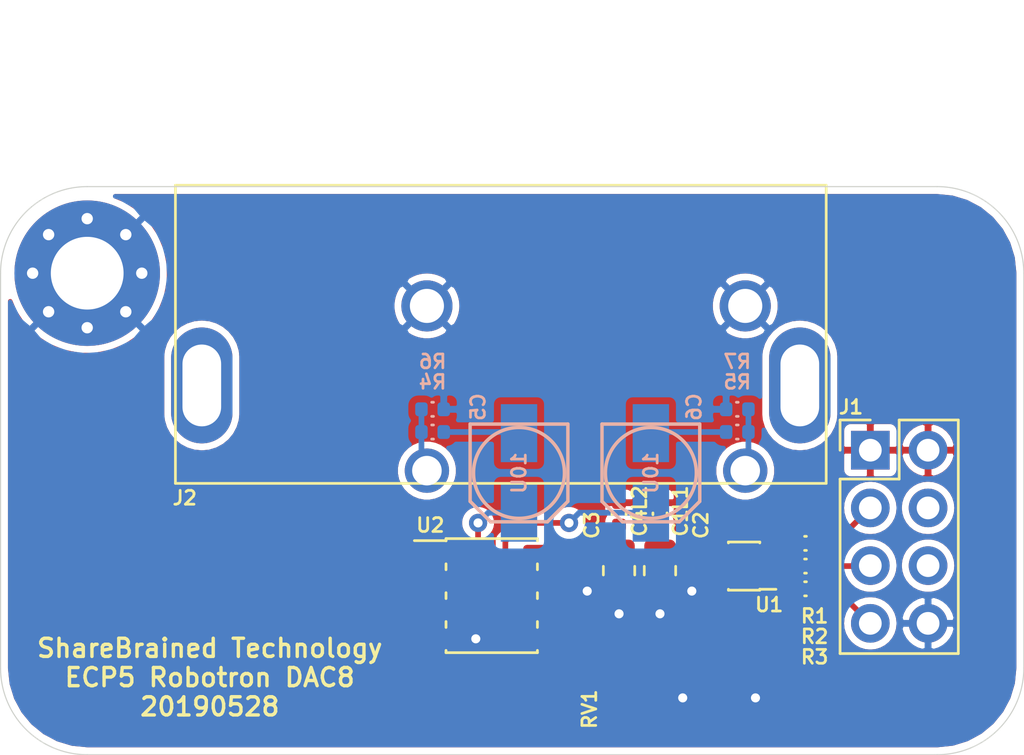
<source format=kicad_pcb>
(kicad_pcb (version 20171130) (host pcbnew 5.1.2-f72e74a~84~ubuntu18.04.1)

  (general
    (thickness 1.6)
    (drawings 9)
    (tracks 76)
    (zones 0)
    (modules 21)
    (nets 21)
  )

  (page A4)
  (layers
    (0 F.Cu signal)
    (31 B.Cu signal)
    (32 B.Adhes user)
    (33 F.Adhes user)
    (34 B.Paste user)
    (35 F.Paste user)
    (36 B.SilkS user)
    (37 F.SilkS user)
    (38 B.Mask user)
    (39 F.Mask user)
    (40 Dwgs.User user)
    (41 Cmts.User user)
    (42 Eco1.User user)
    (43 Eco2.User user)
    (44 Edge.Cuts user)
    (45 Margin user)
    (46 B.CrtYd user)
    (47 F.CrtYd user)
    (48 B.Fab user)
    (49 F.Fab user)
  )

  (setup
    (last_trace_width 0.25)
    (trace_clearance 0.2)
    (zone_clearance 0.3)
    (zone_45_only no)
    (trace_min 0.2)
    (via_size 0.8)
    (via_drill 0.4)
    (via_min_size 0.4)
    (via_min_drill 0.3)
    (uvia_size 0.3)
    (uvia_drill 0.1)
    (uvias_allowed no)
    (uvia_min_size 0.2)
    (uvia_min_drill 0.1)
    (edge_width 0.05)
    (segment_width 0.2)
    (pcb_text_width 0.3)
    (pcb_text_size 1.5 1.5)
    (mod_edge_width 0.12)
    (mod_text_size 1 1)
    (mod_text_width 0.15)
    (pad_size 1.524 1.524)
    (pad_drill 0.762)
    (pad_to_mask_clearance 0.051)
    (solder_mask_min_width 0.25)
    (aux_axis_origin 0 0)
    (visible_elements FFFDFF7F)
    (pcbplotparams
      (layerselection 0x010fc_ffffffff)
      (usegerberextensions false)
      (usegerberattributes false)
      (usegerberadvancedattributes false)
      (creategerberjobfile true)
      (excludeedgelayer true)
      (linewidth 0.100000)
      (plotframeref false)
      (viasonmask false)
      (mode 1)
      (useauxorigin false)
      (hpglpennumber 1)
      (hpglpenspeed 20)
      (hpglpendiameter 15.000000)
      (psnegative false)
      (psa4output false)
      (plotreference true)
      (plotvalue false)
      (plotinvisibletext false)
      (padsonsilk false)
      (subtractmaskfromsilk true)
      (outputformat 1)
      (mirror false)
      (drillshape 0)
      (scaleselection 1)
      (outputdirectory "gerber"))
  )

  (net 0 "")
  (net 1 GND)
  (net 2 "Net-(C1-Pad1)")
  (net 3 "Net-(C3-Pad1)")
  (net 4 "Net-(C5-Pad2)")
  (net 5 "Net-(C5-Pad1)")
  (net 6 "Net-(C6-Pad2)")
  (net 7 "Net-(C6-Pad1)")
  (net 8 /L16)
  (net 9 /M20)
  (net 10 /L20)
  (net 11 /M19)
  (net 12 /L19)
  (net 13 VCC)
  (net 14 /SYNC#)
  (net 15 /SCLK)
  (net 16 /SDIN)
  (net 17 "Net-(J2-Pad1)")
  (net 18 "Net-(RV1-Pad1)")
  (net 19 "Net-(RV1-Pad2)")
  (net 20 "Net-(J2-Pad3)")

  (net_class Default "This is the default net class."
    (clearance 0.2)
    (trace_width 0.25)
    (via_dia 0.8)
    (via_drill 0.4)
    (uvia_dia 0.3)
    (uvia_drill 0.1)
    (add_net /L16)
    (add_net /L19)
    (add_net /L20)
    (add_net /M19)
    (add_net /M20)
    (add_net /SCLK)
    (add_net /SDIN)
    (add_net /SYNC#)
    (add_net GND)
    (add_net "Net-(C1-Pad1)")
    (add_net "Net-(C3-Pad1)")
    (add_net "Net-(C5-Pad1)")
    (add_net "Net-(C5-Pad2)")
    (add_net "Net-(C6-Pad1)")
    (add_net "Net-(C6-Pad2)")
    (add_net "Net-(J2-Pad1)")
    (add_net "Net-(J2-Pad3)")
    (add_net "Net-(RV1-Pad1)")
    (add_net "Net-(RV1-Pad2)")
    (add_net VCC)
  )

  (module switchcraft:PJRAS2X1S0_X (layer F.Cu) (tedit 5CEDBDD6) (tstamp 5CEDBDD6)
    (at 122 100 180)
    (path /5CEED02E)
    (fp_text reference J2 (at 13.9 -13.7) (layer F.SilkS)
      (effects (font (size 0.61 0.61) (thickness 0.12)))
    )
    (fp_text value Conn_Coaxial_x2_Isolated (at 0 -0.5) (layer F.Fab) hide
      (effects (font (size 1 1) (thickness 0.15)))
    )
    (fp_line (start -2.85 0) (end -2.85 8.2) (layer F.Fab) (width 0.025))
    (fp_line (start -11.15 0) (end -11.15 8.2) (layer F.Fab) (width 0.025))
    (fp_line (start 2.85 0) (end 2.85 8.2) (layer F.Fab) (width 0.025))
    (fp_line (start 11.15 0) (end 11.15 8.2) (layer F.Fab) (width 0.025))
    (fp_line (start 2.85 8.2) (end 11.15 8.2) (layer F.Fab) (width 0.025))
    (fp_line (start -11.15 8.2) (end -2.85 8.2) (layer F.Fab) (width 0.025))
    (fp_line (start -14.31 0.06) (end -14.31 -13.06) (layer F.SilkS) (width 0.12))
    (fp_line (start -14.31 0.06) (end 14.31 0.06) (layer F.SilkS) (width 0.12))
    (fp_line (start 14.31 -13.06) (end 14.31 0.06) (layer F.SilkS) (width 0.12))
    (fp_line (start -14.31 -13.06) (end 14.31 -13.06) (layer F.SilkS) (width 0.12))
    (fp_line (start 14.25 -13) (end 14.25 0) (layer F.Fab) (width 0.025))
    (fp_line (start -14.25 -13) (end 14.25 -13) (layer F.Fab) (width 0.025))
    (fp_line (start -14.25 0) (end -14.25 -13) (layer F.Fab) (width 0.025))
    (fp_poly (pts (xy -13.5 -10.25) (xy -12.3 -10.25) (xy -12.3 -7.25) (xy -13.5 -7.25)) (layer F.Fab) (width 0))
    (fp_line (start -14.25 0) (end 14.25 0) (layer F.Fab) (width 0.025))
    (fp_poly (pts (xy 12.3 -10.24975) (xy 13.5 -10.25025) (xy 13.5 -7.25025) (xy 12.3 -7.24975)) (layer F.Fab) (width 0))
    (pad SH thru_hole oval (at 13.15 -8.75 180) (size 2.7 5.1) (drill oval 1.7 3.6) (layers *.Cu *.Mask))
    (pad SH thru_hole oval (at -13.15 -8.75 180) (size 2.7 5.1) (drill oval 1.7 3.6) (layers *.Cu *.Mask))
    (pad 3 thru_hole circle (at 3.25 -12.5 180) (size 1.95 1.95) (drill 1.3) (layers *.Cu *.Mask)
      (net 20 "Net-(J2-Pad3)"))
    (pad 4 thru_hole circle (at 3.25 -5.25 180) (size 2.25 2.25) (drill 1.5) (layers *.Cu *.Mask)
      (net 1 GND))
    (pad 1 thru_hole circle (at -10.75 -12.5 180) (size 1.95 1.95) (drill 1.3) (layers *.Cu *.Mask)
      (net 17 "Net-(J2-Pad1)"))
    (pad 2 thru_hole circle (at -10.75 -5.25 180) (size 2.25 2.25) (drill 1.5) (layers *.Cu *.Mask)
      (net 1 GND))
    (model ${KISBLIB}/switchcraft.pretty/pjras2x1s_series.STEP
      (offset (xyz -0.8 0 6.5))
      (scale (xyz 1 1 1))
      (rotate (xyz 180 0 0))
    )
  )

  (module MountingHole:MountingHole_3.2mm_M3_Pad_Via locked (layer F.Cu) (tedit 56DDBCCA) (tstamp 5CEDDAE3)
    (at 103.81 103.81)
    (descr "Mounting Hole 3.2mm, M3")
    (tags "mounting hole 3.2mm m3")
    (path /5CF0531E)
    (attr virtual)
    (fp_text reference H1 (at 0 -4.2) (layer F.SilkS) hide
      (effects (font (size 1 1) (thickness 0.15)))
    )
    (fp_text value MountingHole_Pad (at 0 4.2) (layer F.Fab) hide
      (effects (font (size 1 1) (thickness 0.15)))
    )
    (fp_circle (center 0 0) (end 3.45 0) (layer F.CrtYd) (width 0.05))
    (fp_circle (center 0 0) (end 3.2 0) (layer Cmts.User) (width 0.15))
    (fp_text user %R (at 0.3 0) (layer F.Fab)
      (effects (font (size 1 1) (thickness 0.15)))
    )
    (pad 1 thru_hole circle (at 1.697056 -1.697056) (size 0.8 0.8) (drill 0.5) (layers *.Cu *.Mask)
      (net 1 GND))
    (pad 1 thru_hole circle (at 0 -2.4) (size 0.8 0.8) (drill 0.5) (layers *.Cu *.Mask)
      (net 1 GND))
    (pad 1 thru_hole circle (at -1.697056 -1.697056) (size 0.8 0.8) (drill 0.5) (layers *.Cu *.Mask)
      (net 1 GND))
    (pad 1 thru_hole circle (at -2.4 0) (size 0.8 0.8) (drill 0.5) (layers *.Cu *.Mask)
      (net 1 GND))
    (pad 1 thru_hole circle (at -1.697056 1.697056) (size 0.8 0.8) (drill 0.5) (layers *.Cu *.Mask)
      (net 1 GND))
    (pad 1 thru_hole circle (at 0 2.4) (size 0.8 0.8) (drill 0.5) (layers *.Cu *.Mask)
      (net 1 GND))
    (pad 1 thru_hole circle (at 1.697056 1.697056) (size 0.8 0.8) (drill 0.5) (layers *.Cu *.Mask)
      (net 1 GND))
    (pad 1 thru_hole circle (at 2.4 0) (size 0.8 0.8) (drill 0.5) (layers *.Cu *.Mask)
      (net 1 GND))
    (pad 1 thru_hole circle (at 0 0) (size 6.4 6.4) (drill 3.2) (layers *.Cu *.Mask)
      (net 1 GND))
  )

  (module ipc_indc:IPC_INDC100X50X60L20N (layer B.Cu) (tedit 5CD6585F) (tstamp 5CEDF493)
    (at 132.4 109.8 180)
    (path /5CEE7857)
    (attr smd)
    (fp_text reference R7 (at 0 2.1) (layer B.SilkS)
      (effects (font (size 0.61 0.61) (thickness 0.12)) (justify mirror))
    )
    (fp_text value 100K (at 0 0) (layer B.Fab)
      (effects (font (size 0.61 0.61) (thickness 0.12)) (justify mirror))
    )
    (fp_line (start -0.92 -0.45) (end -0.92 0.45) (layer B.CrtYd) (width 0.05))
    (fp_line (start 0.92 -0.45) (end -0.92 -0.45) (layer B.CrtYd) (width 0.05))
    (fp_line (start 0.92 0.45) (end 0.92 -0.45) (layer B.CrtYd) (width 0.05))
    (fp_line (start -0.92 0.45) (end 0.92 0.45) (layer B.CrtYd) (width 0.05))
    (fp_line (start 0.04 0.31) (end -0.04 0.31) (layer B.SilkS) (width 0.12))
    (fp_line (start -0.04 -0.31) (end 0.04 -0.31) (layer B.SilkS) (width 0.12))
    (fp_line (start -0.5 -0.25) (end -0.5 0.25) (layer B.Fab) (width 0.03))
    (fp_line (start 0.5 -0.25) (end -0.5 -0.25) (layer B.Fab) (width 0.03))
    (fp_line (start 0.5 0.25) (end 0.5 -0.25) (layer B.Fab) (width 0.03))
    (fp_line (start -0.5 0.25) (end 0.5 0.25) (layer B.Fab) (width 0.03))
    (fp_text user %R (at 0 0) (layer B.Fab)
      (effects (font (size 0.61 0.61) (thickness 0.025)) (justify mirror))
    )
    (pad 2 smd roundrect (at 0.49 0 180) (size 0.55 0.61) (layers B.Cu B.Paste B.Mask) (roundrect_rratio 0.25)
      (net 1 GND))
    (pad 1 smd roundrect (at -0.49 0 180) (size 0.55 0.61) (layers B.Cu B.Paste B.Mask) (roundrect_rratio 0.25)
      (net 17 "Net-(J2-Pad1)"))
    (model ${KISYS3DMOD}/Inductor_SMD.3dshapes/L_0402_1005Metric.step
      (at (xyz 0 0 0))
      (scale (xyz 1 1 1))
      (rotate (xyz 0 0 0))
    )
  )

  (module ipc_indc:IPC_INDC100X50X60L20N (layer B.Cu) (tedit 5CD6585F) (tstamp 5CEDE427)
    (at 119 109.8)
    (path /5CEE71C7)
    (attr smd)
    (fp_text reference R6 (at 0 -2.1) (layer B.SilkS)
      (effects (font (size 0.61 0.61) (thickness 0.12)) (justify mirror))
    )
    (fp_text value 100K (at 0 0) (layer B.Fab)
      (effects (font (size 0.61 0.61) (thickness 0.12)) (justify mirror))
    )
    (fp_line (start -0.92 -0.45) (end -0.92 0.45) (layer B.CrtYd) (width 0.05))
    (fp_line (start 0.92 -0.45) (end -0.92 -0.45) (layer B.CrtYd) (width 0.05))
    (fp_line (start 0.92 0.45) (end 0.92 -0.45) (layer B.CrtYd) (width 0.05))
    (fp_line (start -0.92 0.45) (end 0.92 0.45) (layer B.CrtYd) (width 0.05))
    (fp_line (start 0.04 0.31) (end -0.04 0.31) (layer B.SilkS) (width 0.12))
    (fp_line (start -0.04 -0.31) (end 0.04 -0.31) (layer B.SilkS) (width 0.12))
    (fp_line (start -0.5 -0.25) (end -0.5 0.25) (layer B.Fab) (width 0.03))
    (fp_line (start 0.5 -0.25) (end -0.5 -0.25) (layer B.Fab) (width 0.03))
    (fp_line (start 0.5 0.25) (end 0.5 -0.25) (layer B.Fab) (width 0.03))
    (fp_line (start -0.5 0.25) (end 0.5 0.25) (layer B.Fab) (width 0.03))
    (fp_text user %R (at 0 0) (layer B.Fab)
      (effects (font (size 0.61 0.61) (thickness 0.025)) (justify mirror))
    )
    (pad 2 smd roundrect (at 0.49 0) (size 0.55 0.61) (layers B.Cu B.Paste B.Mask) (roundrect_rratio 0.25)
      (net 1 GND))
    (pad 1 smd roundrect (at -0.49 0) (size 0.55 0.61) (layers B.Cu B.Paste B.Mask) (roundrect_rratio 0.25)
      (net 20 "Net-(J2-Pad3)"))
    (model ${KISYS3DMOD}/Inductor_SMD.3dshapes/L_0402_1005Metric.step
      (at (xyz 0 0 0))
      (scale (xyz 1 1 1))
      (rotate (xyz 0 0 0))
    )
  )

  (module pot:NIDEC_ST-4EA (layer F.Cu) (tedit 5B5A15B5) (tstamp 5CECE607)
    (at 129.6 121.3 90)
    (path /5CF8C94B)
    (attr smd)
    (fp_text reference RV1 (at -1.7 -3.7 90) (layer F.SilkS)
      (effects (font (size 0.6096 0.6096) (thickness 0.12)))
    )
    (fp_text value 10K (at 0 0 90) (layer F.Fab)
      (effects (font (size 0.6096 0.6096) (thickness 0.12)))
    )
    (fp_line (start -2.75 3.25) (end -2.75 -3.25) (layer F.CrtYd) (width 0.05))
    (fp_line (start 2.75 3.25) (end -2.75 3.25) (layer F.CrtYd) (width 0.05))
    (fp_line (start 2.75 -3.25) (end 2.75 3.25) (layer F.CrtYd) (width 0.05))
    (fp_line (start -2.75 -3.25) (end 2.75 -3.25) (layer F.CrtYd) (width 0.05))
    (fp_line (start -2.5 2.25) (end -2.5 -2.25) (layer F.Fab) (width 0.025))
    (fp_line (start 2.5 2.25) (end -2.5 2.25) (layer F.Fab) (width 0.025))
    (fp_line (start 2.5 -2.25) (end 2.5 2.25) (layer F.Fab) (width 0.025))
    (fp_line (start -2.5 -2.25) (end 2.5 -2.25) (layer F.Fab) (width 0.025))
    (pad 1 smd rect (at 1.175 2 90) (size 1.6 2) (layers F.Cu F.Paste F.Mask)
      (net 18 "Net-(RV1-Pad1)"))
    (pad 3 smd rect (at -1.175 2 90) (size 1.6 2) (layers F.Cu F.Paste F.Mask)
      (net 1 GND))
    (pad 2 smd rect (at 0 -2 90) (size 2 2) (layers F.Cu F.Paste F.Mask)
      (net 19 "Net-(RV1-Pad2)"))
    (model ${KISBLIB}/pot.pretty/ST-4EA10_100.stp
      (offset (xyz 0 0 2.3))
      (scale (xyz 1 1 1))
      (rotate (xyz 0 0 0))
    )
  )

  (module ipc_soic:IPC_SOIC8P127_490X599X175L84X41N (layer F.Cu) (tedit 5CECC508) (tstamp 5CEDF13B)
    (at 121.6 118)
    (path /5CF88A94)
    (attr smd)
    (fp_text reference U2 (at -2.7 -3.1) (layer F.SilkS)
      (effects (font (size 0.61 0.61) (thickness 0.12)))
    )
    (fp_text value LME49721MAX (at 0 0) (layer F.Fab)
      (effects (font (size 0.61 0.61) (thickness 0.12)))
    )
    (fp_line (start -3.71 2.7) (end -3.71 -2.7) (layer F.CrtYd) (width 0.05))
    (fp_line (start 3.71 2.7) (end -3.71 2.7) (layer F.CrtYd) (width 0.05))
    (fp_line (start 3.71 -2.7) (end 3.71 2.7) (layer F.CrtYd) (width 0.05))
    (fp_line (start -3.71 -2.7) (end 3.71 -2.7) (layer F.CrtYd) (width 0.05))
    (fp_line (start -2.01 -2.41) (end -2.01 -2.42) (layer F.SilkS) (width 0.12))
    (fp_line (start -2.01 -1.14) (end -2.01 -1.4) (layer F.SilkS) (width 0.12))
    (fp_line (start -2.01 0.13) (end -2.01 -0.13) (layer F.SilkS) (width 0.12))
    (fp_line (start -2.01 1.4) (end -2.01 1.14) (layer F.SilkS) (width 0.12))
    (fp_line (start -2.01 2.51) (end -2.01 2.41) (layer F.SilkS) (width 0.12))
    (fp_line (start 2.01 2.51) (end -2.01 2.51) (layer F.SilkS) (width 0.12))
    (fp_line (start 2.01 2.41) (end 2.01 2.51) (layer F.SilkS) (width 0.12))
    (fp_line (start 2.01 1.14) (end 2.01 1.4) (layer F.SilkS) (width 0.12))
    (fp_line (start 2.01 -0.13) (end 2.01 0.13) (layer F.SilkS) (width 0.12))
    (fp_line (start 2.01 -1.4) (end 2.01 -1.14) (layer F.SilkS) (width 0.12))
    (fp_line (start 2.01 -2.51) (end 2.01 -2.41) (layer F.SilkS) (width 0.12))
    (fp_line (start -2.01 -2.51) (end 2.01 -2.51) (layer F.SilkS) (width 0.12))
    (fp_line (start -2.01 -2.42) (end -2.01 -2.51) (layer F.SilkS) (width 0.12))
    (fp_line (start -3.4 -2.42) (end -2.01 -2.42) (layer F.SilkS) (width 0.12))
    (fp_line (start -1.95 2.45) (end -1.95 -2.45) (layer F.Fab) (width 0.03))
    (fp_line (start 1.95 2.45) (end -1.95 2.45) (layer F.Fab) (width 0.03))
    (fp_line (start 1.95 -2.45) (end 1.95 2.45) (layer F.Fab) (width 0.03))
    (fp_line (start -1.95 -2.45) (end 1.95 -2.45) (layer F.Fab) (width 0.03))
    (fp_text user %R (at 0 0) (layer F.Fab)
      (effects (font (size 0.61 0.61) (thickness 0.025)))
    )
    (pad 8 smd roundrect (at 2.42 -1.905 90) (size 0.66 2.07) (layers F.Cu F.Paste F.Mask) (roundrect_rratio 0.25)
      (net 3 "Net-(C3-Pad1)"))
    (pad 7 smd roundrect (at 2.42 -0.635 90) (size 0.66 2.07) (layers F.Cu F.Paste F.Mask) (roundrect_rratio 0.25)
      (net 7 "Net-(C6-Pad1)"))
    (pad 6 smd roundrect (at 2.42 0.635 90) (size 0.66 2.07) (layers F.Cu F.Paste F.Mask) (roundrect_rratio 0.25)
      (net 7 "Net-(C6-Pad1)"))
    (pad 5 smd roundrect (at 2.42 1.905 90) (size 0.66 2.07) (layers F.Cu F.Paste F.Mask) (roundrect_rratio 0.25)
      (net 19 "Net-(RV1-Pad2)"))
    (pad 4 smd roundrect (at -2.42 1.905 270) (size 0.66 2.07) (layers F.Cu F.Paste F.Mask) (roundrect_rratio 0.25)
      (net 1 GND))
    (pad 3 smd roundrect (at -2.42 0.635 270) (size 0.66 2.07) (layers F.Cu F.Paste F.Mask) (roundrect_rratio 0.25)
      (net 19 "Net-(RV1-Pad2)"))
    (pad 2 smd roundrect (at -2.42 -0.635 270) (size 0.66 2.07) (layers F.Cu F.Paste F.Mask) (roundrect_rratio 0.25)
      (net 5 "Net-(C5-Pad1)"))
    (pad 1 smd roundrect (at -2.42 -1.905 270) (size 0.66 2.07) (layers F.Cu F.Paste F.Mask) (roundrect_rratio 0.25)
      (net 5 "Net-(C5-Pad1)"))
    (model Package_SO.3dshapes/SOIC-8_3.9x4.9mm_P1.27mm.step
      (at (xyz 0 0 0))
      (scale (xyz 1 1 1))
      (rotate (xyz 0 0 0))
    )
  )

  (module ipc_sot:IPC_SOT23-6P65_210X110L36X22N (layer F.Cu) (tedit 5CECC508) (tstamp 5CEDF822)
    (at 132.7 116.7 180)
    (path /5CECBFD4)
    (attr smd)
    (fp_text reference U1 (at -1.1 -1.7) (layer F.SilkS)
      (effects (font (size 0.61 0.61) (thickness 0.12)))
    )
    (fp_text value AD5621BKSZ (at 0 0) (layer F.Fab)
      (effects (font (size 0.61 0.61) (thickness 0.12)))
    )
    (fp_line (start -1.7 1.25) (end -1.7 -1.25) (layer F.CrtYd) (width 0.05))
    (fp_line (start 1.7 1.25) (end -1.7 1.25) (layer F.CrtYd) (width 0.05))
    (fp_line (start 1.7 -1.25) (end 1.7 1.25) (layer F.CrtYd) (width 0.05))
    (fp_line (start -1.7 -1.25) (end 1.7 -1.25) (layer F.CrtYd) (width 0.05))
    (fp_line (start -0.69 -1.02) (end -0.69 -1.02) (layer F.SilkS) (width 0.12))
    (fp_line (start -0.69 1.06) (end -0.69 1.02) (layer F.SilkS) (width 0.12))
    (fp_line (start 0.69 1.06) (end -0.69 1.06) (layer F.SilkS) (width 0.12))
    (fp_line (start 0.69 1.02) (end 0.69 1.06) (layer F.SilkS) (width 0.12))
    (fp_line (start 0.69 -1.06) (end 0.69 -1.02) (layer F.SilkS) (width 0.12))
    (fp_line (start -0.69 -1.06) (end 0.69 -1.06) (layer F.SilkS) (width 0.12))
    (fp_line (start -0.69 -1.02) (end -0.69 -1.06) (layer F.SilkS) (width 0.12))
    (fp_line (start -1.4 -1.02) (end -0.69 -1.02) (layer F.SilkS) (width 0.12))
    (fp_line (start -0.62 1) (end -0.62 -1) (layer F.Fab) (width 0.03))
    (fp_line (start 0.62 1) (end -0.62 1) (layer F.Fab) (width 0.03))
    (fp_line (start 0.62 -1) (end 0.62 1) (layer F.Fab) (width 0.03))
    (fp_line (start -0.62 -1) (end 0.62 -1) (layer F.Fab) (width 0.03))
    (fp_text user %R (at 0 0) (layer F.Fab)
      (effects (font (size 0.61 0.61) (thickness 0.025)))
    )
    (pad 6 smd rect (at 0.91 -0.65 270) (size 0.38 1.09) (layers F.Cu F.Paste F.Mask)
      (net 18 "Net-(RV1-Pad1)"))
    (pad 5 smd rect (at 0.91 0 270) (size 0.38 1.09) (layers F.Cu F.Paste F.Mask)
      (net 1 GND))
    (pad 4 smd rect (at 0.91 0.65 270) (size 0.38 1.09) (layers F.Cu F.Paste F.Mask)
      (net 2 "Net-(C1-Pad1)"))
    (pad 3 smd rect (at -0.91 0.65 90) (size 0.38 1.09) (layers F.Cu F.Paste F.Mask)
      (net 16 /SDIN))
    (pad 2 smd rect (at -0.91 0 90) (size 0.38 1.09) (layers F.Cu F.Paste F.Mask)
      (net 15 /SCLK))
    (pad 1 smd rect (at -0.91 -0.65 90) (size 0.38 1.09) (layers F.Cu F.Paste F.Mask)
      (net 14 /SYNC#))
    (model ${KISYS3DMOD}/Package_TO_SOT_SMD.3dshapes/SOT-363_SC-70-6.step
      (at (xyz 0 0 0))
      (scale (xyz 1 1 1))
      (rotate (xyz 0 0 0))
    )
  )

  (module ipc_indc:IPC_INDC100X50X60L20N (layer B.Cu) (tedit 5CD6585F) (tstamp 5CECEFAC)
    (at 132.4 110.8 180)
    (path /5CF8C1FC)
    (attr smd)
    (fp_text reference R5 (at 0 2.2) (layer B.SilkS)
      (effects (font (size 0.61 0.61) (thickness 0.12)) (justify mirror))
    )
    (fp_text value 150R (at 0 0) (layer B.Fab)
      (effects (font (size 0.61 0.61) (thickness 0.12)) (justify mirror))
    )
    (fp_line (start -0.92 -0.45) (end -0.92 0.45) (layer B.CrtYd) (width 0.05))
    (fp_line (start 0.92 -0.45) (end -0.92 -0.45) (layer B.CrtYd) (width 0.05))
    (fp_line (start 0.92 0.45) (end 0.92 -0.45) (layer B.CrtYd) (width 0.05))
    (fp_line (start -0.92 0.45) (end 0.92 0.45) (layer B.CrtYd) (width 0.05))
    (fp_line (start 0.04 0.31) (end -0.04 0.31) (layer B.SilkS) (width 0.12))
    (fp_line (start -0.04 -0.31) (end 0.04 -0.31) (layer B.SilkS) (width 0.12))
    (fp_line (start -0.5 -0.25) (end -0.5 0.25) (layer B.Fab) (width 0.03))
    (fp_line (start 0.5 -0.25) (end -0.5 -0.25) (layer B.Fab) (width 0.03))
    (fp_line (start 0.5 0.25) (end 0.5 -0.25) (layer B.Fab) (width 0.03))
    (fp_line (start -0.5 0.25) (end 0.5 0.25) (layer B.Fab) (width 0.03))
    (fp_text user %R (at 0 0) (layer B.Fab)
      (effects (font (size 0.61 0.61) (thickness 0.025)) (justify mirror))
    )
    (pad 2 smd roundrect (at 0.49 0 180) (size 0.55 0.61) (layers B.Cu B.Paste B.Mask) (roundrect_rratio 0.25)
      (net 6 "Net-(C6-Pad2)"))
    (pad 1 smd roundrect (at -0.49 0 180) (size 0.55 0.61) (layers B.Cu B.Paste B.Mask) (roundrect_rratio 0.25)
      (net 17 "Net-(J2-Pad1)"))
    (model ${KISYS3DMOD}/Inductor_SMD.3dshapes/L_0402_1005Metric.step
      (at (xyz 0 0 0))
      (scale (xyz 1 1 1))
      (rotate (xyz 0 0 0))
    )
  )

  (module ipc_indc:IPC_INDC100X50X60L20N (layer B.Cu) (tedit 5CD6585F) (tstamp 5CECEFDC)
    (at 119 110.8)
    (path /5CF8BDF8)
    (attr smd)
    (fp_text reference R4 (at 0 -2.2) (layer B.SilkS)
      (effects (font (size 0.61 0.61) (thickness 0.12)) (justify mirror))
    )
    (fp_text value 150R (at 0 0) (layer B.Fab)
      (effects (font (size 0.61 0.61) (thickness 0.12)) (justify mirror))
    )
    (fp_line (start -0.92 -0.45) (end -0.92 0.45) (layer B.CrtYd) (width 0.05))
    (fp_line (start 0.92 -0.45) (end -0.92 -0.45) (layer B.CrtYd) (width 0.05))
    (fp_line (start 0.92 0.45) (end 0.92 -0.45) (layer B.CrtYd) (width 0.05))
    (fp_line (start -0.92 0.45) (end 0.92 0.45) (layer B.CrtYd) (width 0.05))
    (fp_line (start 0.04 0.31) (end -0.04 0.31) (layer B.SilkS) (width 0.12))
    (fp_line (start -0.04 -0.31) (end 0.04 -0.31) (layer B.SilkS) (width 0.12))
    (fp_line (start -0.5 -0.25) (end -0.5 0.25) (layer B.Fab) (width 0.03))
    (fp_line (start 0.5 -0.25) (end -0.5 -0.25) (layer B.Fab) (width 0.03))
    (fp_line (start 0.5 0.25) (end 0.5 -0.25) (layer B.Fab) (width 0.03))
    (fp_line (start -0.5 0.25) (end 0.5 0.25) (layer B.Fab) (width 0.03))
    (fp_text user %R (at 0 0) (layer B.Fab)
      (effects (font (size 0.61 0.61) (thickness 0.025)) (justify mirror))
    )
    (pad 2 smd roundrect (at 0.49 0) (size 0.55 0.61) (layers B.Cu B.Paste B.Mask) (roundrect_rratio 0.25)
      (net 4 "Net-(C5-Pad2)"))
    (pad 1 smd roundrect (at -0.49 0) (size 0.55 0.61) (layers B.Cu B.Paste B.Mask) (roundrect_rratio 0.25)
      (net 20 "Net-(J2-Pad3)"))
    (model ${KISYS3DMOD}/Inductor_SMD.3dshapes/L_0402_1005Metric.step
      (at (xyz 0 0 0))
      (scale (xyz 1 1 1))
      (rotate (xyz 0 0 0))
    )
  )

  (module ipc_indc:IPC_INDC100X50X60L20N (layer F.Cu) (tedit 5CD6585F) (tstamp 5CEDF896)
    (at 135.4 117.7 180)
    (path /5CFFEEF6)
    (attr smd)
    (fp_text reference R3 (at -0.4 -3) (layer F.SilkS)
      (effects (font (size 0.61 0.61) (thickness 0.12)))
    )
    (fp_text value 150R (at 0 0) (layer F.Fab)
      (effects (font (size 0.61 0.61) (thickness 0.12)))
    )
    (fp_line (start -0.92 0.45) (end -0.92 -0.45) (layer F.CrtYd) (width 0.05))
    (fp_line (start 0.92 0.45) (end -0.92 0.45) (layer F.CrtYd) (width 0.05))
    (fp_line (start 0.92 -0.45) (end 0.92 0.45) (layer F.CrtYd) (width 0.05))
    (fp_line (start -0.92 -0.45) (end 0.92 -0.45) (layer F.CrtYd) (width 0.05))
    (fp_line (start 0.04 -0.31) (end -0.04 -0.31) (layer F.SilkS) (width 0.12))
    (fp_line (start -0.04 0.31) (end 0.04 0.31) (layer F.SilkS) (width 0.12))
    (fp_line (start -0.5 0.25) (end -0.5 -0.25) (layer F.Fab) (width 0.03))
    (fp_line (start 0.5 0.25) (end -0.5 0.25) (layer F.Fab) (width 0.03))
    (fp_line (start 0.5 -0.25) (end 0.5 0.25) (layer F.Fab) (width 0.03))
    (fp_line (start -0.5 -0.25) (end 0.5 -0.25) (layer F.Fab) (width 0.03))
    (fp_text user %R (at 0 0) (layer F.Fab)
      (effects (font (size 0.61 0.61) (thickness 0.025)))
    )
    (pad 2 smd roundrect (at 0.49 0 180) (size 0.55 0.61) (layers F.Cu F.Paste F.Mask) (roundrect_rratio 0.25)
      (net 14 /SYNC#))
    (pad 1 smd roundrect (at -0.49 0 180) (size 0.55 0.61) (layers F.Cu F.Paste F.Mask) (roundrect_rratio 0.25)
      (net 8 /L16))
    (model ${KISYS3DMOD}/Inductor_SMD.3dshapes/L_0402_1005Metric.step
      (at (xyz 0 0 0))
      (scale (xyz 1 1 1))
      (rotate (xyz 0 0 0))
    )
  )

  (module ipc_indc:IPC_INDC100X50X60L20N (layer F.Cu) (tedit 5CD6585F) (tstamp 5CEDF8C6)
    (at 135.4 116.7 180)
    (path /5CFFE89F)
    (attr smd)
    (fp_text reference R2 (at -0.4 -3.1) (layer F.SilkS)
      (effects (font (size 0.61 0.61) (thickness 0.12)))
    )
    (fp_text value 150R (at 0 0) (layer F.Fab)
      (effects (font (size 0.61 0.61) (thickness 0.12)))
    )
    (fp_line (start -0.92 0.45) (end -0.92 -0.45) (layer F.CrtYd) (width 0.05))
    (fp_line (start 0.92 0.45) (end -0.92 0.45) (layer F.CrtYd) (width 0.05))
    (fp_line (start 0.92 -0.45) (end 0.92 0.45) (layer F.CrtYd) (width 0.05))
    (fp_line (start -0.92 -0.45) (end 0.92 -0.45) (layer F.CrtYd) (width 0.05))
    (fp_line (start 0.04 -0.31) (end -0.04 -0.31) (layer F.SilkS) (width 0.12))
    (fp_line (start -0.04 0.31) (end 0.04 0.31) (layer F.SilkS) (width 0.12))
    (fp_line (start -0.5 0.25) (end -0.5 -0.25) (layer F.Fab) (width 0.03))
    (fp_line (start 0.5 0.25) (end -0.5 0.25) (layer F.Fab) (width 0.03))
    (fp_line (start 0.5 -0.25) (end 0.5 0.25) (layer F.Fab) (width 0.03))
    (fp_line (start -0.5 -0.25) (end 0.5 -0.25) (layer F.Fab) (width 0.03))
    (fp_text user %R (at 0 0) (layer F.Fab)
      (effects (font (size 0.61 0.61) (thickness 0.025)))
    )
    (pad 2 smd roundrect (at 0.49 0 180) (size 0.55 0.61) (layers F.Cu F.Paste F.Mask) (roundrect_rratio 0.25)
      (net 15 /SCLK))
    (pad 1 smd roundrect (at -0.49 0 180) (size 0.55 0.61) (layers F.Cu F.Paste F.Mask) (roundrect_rratio 0.25)
      (net 10 /L20))
    (model ${KISYS3DMOD}/Inductor_SMD.3dshapes/L_0402_1005Metric.step
      (at (xyz 0 0 0))
      (scale (xyz 1 1 1))
      (rotate (xyz 0 0 0))
    )
  )

  (module ipc_indc:IPC_INDC100X50X60L20N (layer F.Cu) (tedit 5CD6585F) (tstamp 5CEDF7B8)
    (at 135.4 115.7 180)
    (path /5CFFE05E)
    (attr smd)
    (fp_text reference R1 (at -0.4 -3.2) (layer F.SilkS)
      (effects (font (size 0.61 0.61) (thickness 0.12)))
    )
    (fp_text value 150R (at 0 0) (layer F.Fab)
      (effects (font (size 0.61 0.61) (thickness 0.12)))
    )
    (fp_line (start -0.92 0.45) (end -0.92 -0.45) (layer F.CrtYd) (width 0.05))
    (fp_line (start 0.92 0.45) (end -0.92 0.45) (layer F.CrtYd) (width 0.05))
    (fp_line (start 0.92 -0.45) (end 0.92 0.45) (layer F.CrtYd) (width 0.05))
    (fp_line (start -0.92 -0.45) (end 0.92 -0.45) (layer F.CrtYd) (width 0.05))
    (fp_line (start 0.04 -0.31) (end -0.04 -0.31) (layer F.SilkS) (width 0.12))
    (fp_line (start -0.04 0.31) (end 0.04 0.31) (layer F.SilkS) (width 0.12))
    (fp_line (start -0.5 0.25) (end -0.5 -0.25) (layer F.Fab) (width 0.03))
    (fp_line (start 0.5 0.25) (end -0.5 0.25) (layer F.Fab) (width 0.03))
    (fp_line (start 0.5 -0.25) (end 0.5 0.25) (layer F.Fab) (width 0.03))
    (fp_line (start -0.5 -0.25) (end 0.5 -0.25) (layer F.Fab) (width 0.03))
    (fp_text user %R (at 0 0) (layer F.Fab)
      (effects (font (size 0.61 0.61) (thickness 0.025)))
    )
    (pad 2 smd roundrect (at 0.49 0 180) (size 0.55 0.61) (layers F.Cu F.Paste F.Mask) (roundrect_rratio 0.25)
      (net 16 /SDIN))
    (pad 1 smd roundrect (at -0.49 0 180) (size 0.55 0.61) (layers F.Cu F.Paste F.Mask) (roundrect_rratio 0.25)
      (net 12 /L19))
    (model ${KISYS3DMOD}/Inductor_SMD.3dshapes/L_0402_1005Metric.step
      (at (xyz 0 0 0))
      (scale (xyz 1 1 1))
      (rotate (xyz 0 0 0))
    )
  )

  (module ipc_indc:IPC_INDC100X50X60L20N (layer F.Cu) (tedit 5CD6585F) (tstamp 5CEDF0C9)
    (at 127.2 114.4 90)
    (path /5CF8E42B)
    (attr smd)
    (fp_text reference L2 (at 0.7 0.9 90) (layer F.SilkS)
      (effects (font (size 0.61 0.61) (thickness 0.12)))
    )
    (fp_text value FB (at 0 0 90) (layer F.Fab)
      (effects (font (size 0.61 0.61) (thickness 0.12)))
    )
    (fp_line (start -0.92 0.45) (end -0.92 -0.45) (layer F.CrtYd) (width 0.05))
    (fp_line (start 0.92 0.45) (end -0.92 0.45) (layer F.CrtYd) (width 0.05))
    (fp_line (start 0.92 -0.45) (end 0.92 0.45) (layer F.CrtYd) (width 0.05))
    (fp_line (start -0.92 -0.45) (end 0.92 -0.45) (layer F.CrtYd) (width 0.05))
    (fp_line (start 0.04 -0.31) (end -0.04 -0.31) (layer F.SilkS) (width 0.12))
    (fp_line (start -0.04 0.31) (end 0.04 0.31) (layer F.SilkS) (width 0.12))
    (fp_line (start -0.5 0.25) (end -0.5 -0.25) (layer F.Fab) (width 0.03))
    (fp_line (start 0.5 0.25) (end -0.5 0.25) (layer F.Fab) (width 0.03))
    (fp_line (start 0.5 -0.25) (end 0.5 0.25) (layer F.Fab) (width 0.03))
    (fp_line (start -0.5 -0.25) (end 0.5 -0.25) (layer F.Fab) (width 0.03))
    (fp_text user %R (at 0 0 90) (layer F.Fab)
      (effects (font (size 0.61 0.61) (thickness 0.025)))
    )
    (pad 2 smd roundrect (at 0.49 0 90) (size 0.55 0.61) (layers F.Cu F.Paste F.Mask) (roundrect_rratio 0.25)
      (net 13 VCC))
    (pad 1 smd roundrect (at -0.49 0 90) (size 0.55 0.61) (layers F.Cu F.Paste F.Mask) (roundrect_rratio 0.25)
      (net 3 "Net-(C3-Pad1)"))
    (model ${KISYS3DMOD}/Inductor_SMD.3dshapes/L_0402_1005Metric.step
      (at (xyz 0 0 0))
      (scale (xyz 1 1 1))
      (rotate (xyz 0 0 0))
    )
  )

  (module ipc_indc:IPC_INDC100X50X60L20N (layer F.Cu) (tedit 5CD6585F) (tstamp 5CEDFB22)
    (at 129 114.4 270)
    (path /5CED4137)
    (attr smd)
    (fp_text reference L1 (at -0.7 -0.9 90) (layer F.SilkS)
      (effects (font (size 0.61 0.61) (thickness 0.12)))
    )
    (fp_text value FB (at 0 0 90) (layer F.Fab)
      (effects (font (size 0.61 0.61) (thickness 0.12)))
    )
    (fp_line (start -0.92 0.45) (end -0.92 -0.45) (layer F.CrtYd) (width 0.05))
    (fp_line (start 0.92 0.45) (end -0.92 0.45) (layer F.CrtYd) (width 0.05))
    (fp_line (start 0.92 -0.45) (end 0.92 0.45) (layer F.CrtYd) (width 0.05))
    (fp_line (start -0.92 -0.45) (end 0.92 -0.45) (layer F.CrtYd) (width 0.05))
    (fp_line (start 0.04 -0.31) (end -0.04 -0.31) (layer F.SilkS) (width 0.12))
    (fp_line (start -0.04 0.31) (end 0.04 0.31) (layer F.SilkS) (width 0.12))
    (fp_line (start -0.5 0.25) (end -0.5 -0.25) (layer F.Fab) (width 0.03))
    (fp_line (start 0.5 0.25) (end -0.5 0.25) (layer F.Fab) (width 0.03))
    (fp_line (start 0.5 -0.25) (end 0.5 0.25) (layer F.Fab) (width 0.03))
    (fp_line (start -0.5 -0.25) (end 0.5 -0.25) (layer F.Fab) (width 0.03))
    (fp_text user %R (at 0 0 90) (layer F.Fab)
      (effects (font (size 0.61 0.61) (thickness 0.025)))
    )
    (pad 2 smd roundrect (at 0.49 0 270) (size 0.55 0.61) (layers F.Cu F.Paste F.Mask) (roundrect_rratio 0.25)
      (net 2 "Net-(C1-Pad1)"))
    (pad 1 smd roundrect (at -0.49 0 270) (size 0.55 0.61) (layers F.Cu F.Paste F.Mask) (roundrect_rratio 0.25)
      (net 13 VCC))
    (model ${KISYS3DMOD}/Inductor_SMD.3dshapes/L_0402_1005Metric.step
      (at (xyz 0 0 0))
      (scale (xyz 1 1 1))
      (rotate (xyz 0 0 0))
    )
  )

  (module Connector_PinHeader_2.54mm:PinHeader_2x04_P2.54mm_Vertical locked (layer F.Cu) (tedit 59FED5CC) (tstamp 5CECC1F3)
    (at 138.25 111.6)
    (descr "Through hole straight pin header, 2x04, 2.54mm pitch, double rows")
    (tags "Through hole pin header THT 2x04 2.54mm double row")
    (path /5D06BA6C)
    (fp_text reference J1 (at -0.85 -1.9) (layer F.SilkS)
      (effects (font (size 0.61 0.61) (thickness 0.12)))
    )
    (fp_text value Conn_02x04_Odd_Even (at 1.27 9.95) (layer F.Fab) hide
      (effects (font (size 1 1) (thickness 0.15)))
    )
    (fp_text user %R (at 1.27 3.81 90) (layer F.Fab)
      (effects (font (size 1 1) (thickness 0.15)))
    )
    (fp_line (start 4.35 -1.8) (end -1.8 -1.8) (layer F.CrtYd) (width 0.05))
    (fp_line (start 4.35 9.4) (end 4.35 -1.8) (layer F.CrtYd) (width 0.05))
    (fp_line (start -1.8 9.4) (end 4.35 9.4) (layer F.CrtYd) (width 0.05))
    (fp_line (start -1.8 -1.8) (end -1.8 9.4) (layer F.CrtYd) (width 0.05))
    (fp_line (start -1.33 -1.33) (end 0 -1.33) (layer F.SilkS) (width 0.12))
    (fp_line (start -1.33 0) (end -1.33 -1.33) (layer F.SilkS) (width 0.12))
    (fp_line (start 1.27 -1.33) (end 3.87 -1.33) (layer F.SilkS) (width 0.12))
    (fp_line (start 1.27 1.27) (end 1.27 -1.33) (layer F.SilkS) (width 0.12))
    (fp_line (start -1.33 1.27) (end 1.27 1.27) (layer F.SilkS) (width 0.12))
    (fp_line (start 3.87 -1.33) (end 3.87 8.95) (layer F.SilkS) (width 0.12))
    (fp_line (start -1.33 1.27) (end -1.33 8.95) (layer F.SilkS) (width 0.12))
    (fp_line (start -1.33 8.95) (end 3.87 8.95) (layer F.SilkS) (width 0.12))
    (fp_line (start -1.27 0) (end 0 -1.27) (layer F.Fab) (width 0.1))
    (fp_line (start -1.27 8.89) (end -1.27 0) (layer F.Fab) (width 0.1))
    (fp_line (start 3.81 8.89) (end -1.27 8.89) (layer F.Fab) (width 0.1))
    (fp_line (start 3.81 -1.27) (end 3.81 8.89) (layer F.Fab) (width 0.1))
    (fp_line (start 0 -1.27) (end 3.81 -1.27) (layer F.Fab) (width 0.1))
    (pad 8 thru_hole oval (at 2.54 7.62) (size 1.7 1.7) (drill 1) (layers *.Cu *.Mask)
      (net 1 GND))
    (pad 7 thru_hole oval (at 0 7.62) (size 1.7 1.7) (drill 1) (layers *.Cu *.Mask)
      (net 8 /L16))
    (pad 6 thru_hole oval (at 2.54 5.08) (size 1.7 1.7) (drill 1) (layers *.Cu *.Mask)
      (net 9 /M20))
    (pad 5 thru_hole oval (at 0 5.08) (size 1.7 1.7) (drill 1) (layers *.Cu *.Mask)
      (net 10 /L20))
    (pad 4 thru_hole oval (at 2.54 2.54) (size 1.7 1.7) (drill 1) (layers *.Cu *.Mask)
      (net 11 /M19))
    (pad 3 thru_hole oval (at 0 2.54) (size 1.7 1.7) (drill 1) (layers *.Cu *.Mask)
      (net 12 /L19))
    (pad 2 thru_hole oval (at 2.54 0) (size 1.7 1.7) (drill 1) (layers *.Cu *.Mask)
      (net 13 VCC))
    (pad 1 thru_hole rect (at 0 0) (size 1.7 1.7) (drill 1) (layers *.Cu *.Mask)
      (net 13 VCC))
    (model ${KISYS3DMOD}/Connector_PinHeader_2.54mm.3dshapes/PinHeader_2x04_P2.54mm_Vertical.wrl
      (offset (xyz 0 -7.62 -1.62))
      (scale (xyz 1 1 1))
      (rotate (xyz 180 0 0))
    )
  )

  (module ipc_capae:IPC_CAPAE430X540N (layer B.Cu) (tedit 5B5A0378) (tstamp 5CEDE251)
    (at 128.6 112.6 90)
    (tags "CASE B")
    (path /5CFC3C41)
    (fp_text reference C6 (at 2.9 1.9 90) (layer B.SilkS)
      (effects (font (size 0.6096 0.6096) (thickness 0.12)) (justify mirror))
    )
    (fp_text value 10U (at 0 0 90) (layer B.SilkS)
      (effects (font (size 0.6096 0.6096) (thickness 0.12)) (justify mirror))
    )
    (fp_line (start 2.15 2.15) (end 2.15 -2.15) (layer B.SilkS) (width 0.1524))
    (fp_circle (center 0 0) (end 2 0) (layer B.SilkS) (width 0.1524))
    (fp_line (start -2.15 1.25) (end -1.25 2.15) (layer B.SilkS) (width 0.1524))
    (fp_line (start -2.15 -1.25) (end -1.25 -2.15) (layer B.SilkS) (width 0.1524))
    (fp_line (start -1.25 -2.15) (end 2.15 -2.15) (layer B.SilkS) (width 0.1524))
    (fp_line (start -2.15 -1.25) (end -2.15 1.25) (layer B.SilkS) (width 0.1524))
    (fp_line (start 2.15 2.15) (end -1.25 2.15) (layer B.SilkS) (width 0.1524))
    (fp_line (start 3.525 2.75) (end 3.525 -2.75) (layer B.CrtYd) (width 0.1524))
    (fp_line (start -3.525 2.75) (end 3.525 2.75) (layer B.CrtYd) (width 0.1524))
    (fp_line (start -3.525 -2.75) (end -3.525 2.75) (layer B.CrtYd) (width 0.1524))
    (fp_line (start 3.525 -2.75) (end -3.525 -2.75) (layer B.CrtYd) (width 0.1524))
    (pad 2 smd rect (at 1.75 0 90) (size 2.55 1.6) (layers B.Cu B.Paste B.Mask)
      (net 6 "Net-(C6-Pad2)"))
    (pad 1 smd rect (at -1.75 0 90) (size 2.55 1.6) (layers B.Cu B.Paste B.Mask)
      (net 7 "Net-(C6-Pad1)"))
    (model Capacitor_SMD.3dshapes/CP_Elec_4x5.7.step
      (at (xyz 0 0 0))
      (scale (xyz 1 1 1))
      (rotate (xyz 0 0 0))
    )
  )

  (module ipc_capae:IPC_CAPAE430X540N (layer B.Cu) (tedit 5B5A0378) (tstamp 5CEDE281)
    (at 122.8 112.6 90)
    (tags "CASE B")
    (path /5CFC1075)
    (fp_text reference C5 (at 2.9 -1.8 90) (layer B.SilkS)
      (effects (font (size 0.6096 0.6096) (thickness 0.12)) (justify mirror))
    )
    (fp_text value 10U (at 0 0 90) (layer B.SilkS)
      (effects (font (size 0.6096 0.6096) (thickness 0.12)) (justify mirror))
    )
    (fp_line (start 2.15 2.15) (end 2.15 -2.15) (layer B.SilkS) (width 0.1524))
    (fp_circle (center 0 0) (end 2 0) (layer B.SilkS) (width 0.1524))
    (fp_line (start -2.15 1.25) (end -1.25 2.15) (layer B.SilkS) (width 0.1524))
    (fp_line (start -2.15 -1.25) (end -1.25 -2.15) (layer B.SilkS) (width 0.1524))
    (fp_line (start -1.25 -2.15) (end 2.15 -2.15) (layer B.SilkS) (width 0.1524))
    (fp_line (start -2.15 -1.25) (end -2.15 1.25) (layer B.SilkS) (width 0.1524))
    (fp_line (start 2.15 2.15) (end -1.25 2.15) (layer B.SilkS) (width 0.1524))
    (fp_line (start 3.525 2.75) (end 3.525 -2.75) (layer B.CrtYd) (width 0.1524))
    (fp_line (start -3.525 2.75) (end 3.525 2.75) (layer B.CrtYd) (width 0.1524))
    (fp_line (start -3.525 -2.75) (end -3.525 2.75) (layer B.CrtYd) (width 0.1524))
    (fp_line (start 3.525 -2.75) (end -3.525 -2.75) (layer B.CrtYd) (width 0.1524))
    (pad 2 smd rect (at 1.75 0 90) (size 2.55 1.6) (layers B.Cu B.Paste B.Mask)
      (net 4 "Net-(C5-Pad2)"))
    (pad 1 smd rect (at -1.75 0 90) (size 2.55 1.6) (layers B.Cu B.Paste B.Mask)
      (net 5 "Net-(C5-Pad1)"))
    (model Capacitor_SMD.3dshapes/CP_Elec_4x5.7.step
      (at (xyz 0 0 0))
      (scale (xyz 1 1 1))
      (rotate (xyz 0 0 0))
    )
  )

  (module ipc_capc:IPC_CAPC200X125X135L45N (layer F.Cu) (tedit 5CD6585E) (tstamp 5CEDF0F9)
    (at 127.2 116.9 270)
    (path /5CF8ED92)
    (attr smd)
    (fp_text reference C4 (at -2.1 -0.9 90) (layer F.SilkS)
      (effects (font (size 0.61 0.61) (thickness 0.12)))
    )
    (fp_text value 10U (at 0 0 90) (layer F.Fab)
      (effects (font (size 0.61 0.61) (thickness 0.12)))
    )
    (fp_line (start -1.56 0.89) (end -1.56 -0.89) (layer F.CrtYd) (width 0.05))
    (fp_line (start 1.56 0.89) (end -1.56 0.89) (layer F.CrtYd) (width 0.05))
    (fp_line (start 1.56 -0.89) (end 1.56 0.89) (layer F.CrtYd) (width 0.05))
    (fp_line (start -1.56 -0.89) (end 1.56 -0.89) (layer F.CrtYd) (width 0.05))
    (fp_line (start 0.19 -0.69) (end -0.19 -0.69) (layer F.SilkS) (width 0.12))
    (fp_line (start -0.19 0.69) (end 0.19 0.69) (layer F.SilkS) (width 0.12))
    (fp_line (start -1 0.62) (end -1 -0.62) (layer F.Fab) (width 0.03))
    (fp_line (start 1 0.62) (end -1 0.62) (layer F.Fab) (width 0.03))
    (fp_line (start 1 -0.62) (end 1 0.62) (layer F.Fab) (width 0.03))
    (fp_line (start -1 -0.62) (end 1 -0.62) (layer F.Fab) (width 0.03))
    (fp_text user %R (at 0 0 90) (layer F.Fab)
      (effects (font (size 0.61 0.61) (thickness 0.025)))
    )
    (pad 2 smd roundrect (at 0.865 0 270) (size 1 1.38) (layers F.Cu F.Paste F.Mask) (roundrect_rratio 0.25)
      (net 1 GND))
    (pad 1 smd roundrect (at -0.865 0 270) (size 1 1.38) (layers F.Cu F.Paste F.Mask) (roundrect_rratio 0.25)
      (net 3 "Net-(C3-Pad1)"))
    (model ${KISYS3DMOD}/Capacitor_SMD.3dshapes/C_0805_2012Metric.step
      (at (xyz 0 0 0))
      (scale (xyz 1 1 1))
      (rotate (xyz 0 0 0))
    )
  )

  (module ipc_capc:IPC_CAPC100X50X55L25N (layer F.Cu) (tedit 5CD6585E) (tstamp 5CEDF09D)
    (at 125.8 116.5 270)
    (path /5CF8E917)
    (attr smd)
    (fp_text reference C3 (at -1.6 -0.2 90) (layer F.SilkS)
      (effects (font (size 0.61 0.61) (thickness 0.12)))
    )
    (fp_text value 100N (at 0 0 90) (layer F.Fab)
      (effects (font (size 0.61 0.61) (thickness 0.12)))
    )
    (fp_line (start -0.9 0.44) (end -0.9 -0.44) (layer F.CrtYd) (width 0.05))
    (fp_line (start 0.9 0.44) (end -0.9 0.44) (layer F.CrtYd) (width 0.05))
    (fp_line (start 0.9 -0.44) (end 0.9 0.44) (layer F.CrtYd) (width 0.05))
    (fp_line (start -0.9 -0.44) (end 0.9 -0.44) (layer F.CrtYd) (width 0.05))
    (fp_line (start -0.5 0.25) (end -0.5 -0.25) (layer F.Fab) (width 0.03))
    (fp_line (start 0.5 0.25) (end -0.5 0.25) (layer F.Fab) (width 0.03))
    (fp_line (start 0.5 -0.25) (end 0.5 0.25) (layer F.Fab) (width 0.03))
    (fp_line (start -0.5 -0.25) (end 0.5 -0.25) (layer F.Fab) (width 0.03))
    (fp_text user %R (at 0 0 90) (layer F.Fab)
      (effects (font (size 0.61 0.61) (thickness 0.025)))
    )
    (pad 2 smd roundrect (at 0.46 0 270) (size 0.58 0.58) (layers F.Cu F.Paste F.Mask) (roundrect_rratio 0.25)
      (net 1 GND))
    (pad 1 smd roundrect (at -0.46 0 270) (size 0.58 0.58) (layers F.Cu F.Paste F.Mask) (roundrect_rratio 0.25)
      (net 3 "Net-(C3-Pad1)"))
    (model ${KISYS3DMOD}/Capacitor_SMD.3dshapes/C_0402_1005Metric.step
      (at (xyz 0 0 0))
      (scale (xyz 1 1 1))
      (rotate (xyz 0 0 0))
    )
  )

  (module ipc_capc:IPC_CAPC100X50X55L25N (layer F.Cu) (tedit 5CD6585E) (tstamp 5CEDF78C)
    (at 130.4 116.5 270)
    (path /5CECE785)
    (attr smd)
    (fp_text reference C2 (at -1.6 -0.4 90) (layer F.SilkS)
      (effects (font (size 0.61 0.61) (thickness 0.12)))
    )
    (fp_text value 100N (at 0 0 90) (layer F.Fab)
      (effects (font (size 0.61 0.61) (thickness 0.12)))
    )
    (fp_line (start -0.9 0.44) (end -0.9 -0.44) (layer F.CrtYd) (width 0.05))
    (fp_line (start 0.9 0.44) (end -0.9 0.44) (layer F.CrtYd) (width 0.05))
    (fp_line (start 0.9 -0.44) (end 0.9 0.44) (layer F.CrtYd) (width 0.05))
    (fp_line (start -0.9 -0.44) (end 0.9 -0.44) (layer F.CrtYd) (width 0.05))
    (fp_line (start -0.5 0.25) (end -0.5 -0.25) (layer F.Fab) (width 0.03))
    (fp_line (start 0.5 0.25) (end -0.5 0.25) (layer F.Fab) (width 0.03))
    (fp_line (start 0.5 -0.25) (end 0.5 0.25) (layer F.Fab) (width 0.03))
    (fp_line (start -0.5 -0.25) (end 0.5 -0.25) (layer F.Fab) (width 0.03))
    (fp_text user %R (at 0 0 90) (layer F.Fab)
      (effects (font (size 0.61 0.61) (thickness 0.025)))
    )
    (pad 2 smd roundrect (at 0.46 0 270) (size 0.58 0.58) (layers F.Cu F.Paste F.Mask) (roundrect_rratio 0.25)
      (net 1 GND))
    (pad 1 smd roundrect (at -0.46 0 270) (size 0.58 0.58) (layers F.Cu F.Paste F.Mask) (roundrect_rratio 0.25)
      (net 2 "Net-(C1-Pad1)"))
    (model ${KISYS3DMOD}/Capacitor_SMD.3dshapes/C_0402_1005Metric.step
      (at (xyz 0 0 0))
      (scale (xyz 1 1 1))
      (rotate (xyz 0 0 0))
    )
  )

  (module ipc_capc:IPC_CAPC200X125X135L45N (layer F.Cu) (tedit 5CD6585E) (tstamp 5CEDF866)
    (at 129 116.9 270)
    (path /5CED312A)
    (attr smd)
    (fp_text reference C1 (at -2.1 -0.9 90) (layer F.SilkS)
      (effects (font (size 0.61 0.61) (thickness 0.12)))
    )
    (fp_text value 10U (at 0 0 90) (layer F.Fab)
      (effects (font (size 0.61 0.61) (thickness 0.12)))
    )
    (fp_line (start -1.56 0.89) (end -1.56 -0.89) (layer F.CrtYd) (width 0.05))
    (fp_line (start 1.56 0.89) (end -1.56 0.89) (layer F.CrtYd) (width 0.05))
    (fp_line (start 1.56 -0.89) (end 1.56 0.89) (layer F.CrtYd) (width 0.05))
    (fp_line (start -1.56 -0.89) (end 1.56 -0.89) (layer F.CrtYd) (width 0.05))
    (fp_line (start 0.19 -0.69) (end -0.19 -0.69) (layer F.SilkS) (width 0.12))
    (fp_line (start -0.19 0.69) (end 0.19 0.69) (layer F.SilkS) (width 0.12))
    (fp_line (start -1 0.62) (end -1 -0.62) (layer F.Fab) (width 0.03))
    (fp_line (start 1 0.62) (end -1 0.62) (layer F.Fab) (width 0.03))
    (fp_line (start 1 -0.62) (end 1 0.62) (layer F.Fab) (width 0.03))
    (fp_line (start -1 -0.62) (end 1 -0.62) (layer F.Fab) (width 0.03))
    (fp_text user %R (at 0 0 90) (layer F.Fab)
      (effects (font (size 0.61 0.61) (thickness 0.025)))
    )
    (pad 2 smd roundrect (at 0.865 0 270) (size 1 1.38) (layers F.Cu F.Paste F.Mask) (roundrect_rratio 0.25)
      (net 1 GND))
    (pad 1 smd roundrect (at -0.865 0 270) (size 1 1.38) (layers F.Cu F.Paste F.Mask) (roundrect_rratio 0.25)
      (net 2 "Net-(C1-Pad1)"))
    (model ${KISYS3DMOD}/Capacitor_SMD.3dshapes/C_0805_2012Metric.step
      (at (xyz 0 0 0))
      (scale (xyz 1 1 1))
      (rotate (xyz 0 0 0))
    )
  )

  (gr_text "ShareBrained Technology\nECP5 Robotron DAC8\n20190528" (at 109.2 121.6) (layer F.SilkS)
    (effects (font (size 0.8 0.8) (thickness 0.15)))
  )
  (gr_arc (start 103.81 103.81) (end 103.81 100) (angle -90) (layer Edge.Cuts) (width 0.05))
  (gr_arc (start 141.19 103.81) (end 145 103.81) (angle -90) (layer Edge.Cuts) (width 0.05))
  (gr_arc (start 141.19 121.19) (end 141.19 125) (angle -90) (layer Edge.Cuts) (width 0.05))
  (gr_arc (start 103.81 121.19) (end 100 121.19) (angle -90) (layer Edge.Cuts) (width 0.05))
  (gr_line (start 100 121.19) (end 100 103.81) (layer Edge.Cuts) (width 0.05) (tstamp 5CEDD111))
  (gr_line (start 141.19 125) (end 103.81 125) (layer Edge.Cuts) (width 0.05) (tstamp 5CEDE338))
  (gr_line (start 145 103.81) (end 145 121.19) (layer Edge.Cuts) (width 0.05))
  (gr_line (start 103.81 100) (end 141.19 100) (layer Edge.Cuts) (width 0.05))

  (via (at 125.8 117.8) (size 0.8) (drill 0.4) (layers F.Cu B.Cu) (net 1))
  (segment (start 125.8 116.96) (end 125.8 117.8) (width 0.25) (layer F.Cu) (net 1))
  (via (at 127.2 118.8) (size 0.8) (drill 0.4) (layers F.Cu B.Cu) (net 1))
  (segment (start 127.2 117.765) (end 127.2 118.8) (width 0.25) (layer F.Cu) (net 1))
  (via (at 129 118.8) (size 0.8) (drill 0.4) (layers F.Cu B.Cu) (net 1))
  (segment (start 129 117.765) (end 129 118.8) (width 0.25) (layer F.Cu) (net 1))
  (via (at 130.4 117.8) (size 0.8) (drill 0.4) (layers F.Cu B.Cu) (net 1))
  (segment (start 130.4 116.96) (end 130.4 117.8) (width 0.25) (layer F.Cu) (net 1))
  (via (at 120.9 119.9) (size 0.8) (drill 0.4) (layers F.Cu B.Cu) (net 1))
  (segment (start 119.18 119.905) (end 120.895 119.905) (width 0.25) (layer F.Cu) (net 1))
  (segment (start 120.895 119.905) (end 120.9 119.9) (width 0.25) (layer F.Cu) (net 1))
  (segment (start 131.79 116.7) (end 131.1 116.7) (width 0.25) (layer F.Cu) (net 1))
  (segment (start 130.84 116.96) (end 130.4 116.96) (width 0.25) (layer F.Cu) (net 1))
  (segment (start 131.1 116.7) (end 130.84 116.96) (width 0.25) (layer F.Cu) (net 1))
  (via (at 130 122.5) (size 0.8) (drill 0.4) (layers F.Cu B.Cu) (net 1))
  (segment (start 131.6 122.475) (end 130.025 122.475) (width 0.25) (layer F.Cu) (net 1))
  (segment (start 130.025 122.475) (end 130 122.5) (width 0.25) (layer F.Cu) (net 1))
  (via (at 133.2 122.5) (size 0.8) (drill 0.4) (layers F.Cu B.Cu) (net 1))
  (segment (start 131.6 122.475) (end 133.175 122.475) (width 0.25) (layer F.Cu) (net 1))
  (segment (start 133.175 122.475) (end 133.2 122.5) (width 0.25) (layer F.Cu) (net 1))
  (segment (start 129.005 116.04) (end 129 116.035) (width 0.25) (layer F.Cu) (net 2))
  (segment (start 130.4 116.04) (end 129.005 116.04) (width 0.25) (layer F.Cu) (net 2))
  (segment (start 129 114.89) (end 129 116.035) (width 0.25) (layer F.Cu) (net 2))
  (segment (start 130.41 116.05) (end 130.4 116.04) (width 0.25) (layer F.Cu) (net 2))
  (segment (start 131.79 116.05) (end 130.41 116.05) (width 0.25) (layer F.Cu) (net 2))
  (segment (start 127.195 116.04) (end 127.2 116.035) (width 0.25) (layer F.Cu) (net 3))
  (segment (start 125.8 116.04) (end 127.195 116.04) (width 0.25) (layer F.Cu) (net 3))
  (segment (start 124.075 116.04) (end 124.02 116.095) (width 0.25) (layer F.Cu) (net 3))
  (segment (start 125.8 116.04) (end 124.075 116.04) (width 0.25) (layer F.Cu) (net 3))
  (segment (start 127.2 116.035) (end 127.2 114.89) (width 0.25) (layer F.Cu) (net 3))
  (segment (start 122.75 110.8) (end 122.8 110.85) (width 0.25) (layer B.Cu) (net 4))
  (segment (start 119.49 110.8) (end 122.75 110.8) (width 0.25) (layer B.Cu) (net 4))
  (segment (start 119.18 117.365) (end 119.18 116.095) (width 0.25) (layer F.Cu) (net 5))
  (via (at 121 114.8) (size 0.8) (drill 0.4) (layers F.Cu B.Cu) (net 5))
  (segment (start 122.8 114.35) (end 121.45 114.35) (width 0.25) (layer B.Cu) (net 5))
  (segment (start 121.45 114.35) (end 121 114.8) (width 0.25) (layer B.Cu) (net 5))
  (segment (start 121 114.8) (end 121 115.6) (width 0.25) (layer F.Cu) (net 5))
  (segment (start 120.505 116.095) (end 119.18 116.095) (width 0.25) (layer F.Cu) (net 5))
  (segment (start 121 115.6) (end 120.505 116.095) (width 0.25) (layer F.Cu) (net 5))
  (segment (start 128.65 110.8) (end 128.6 110.85) (width 0.25) (layer B.Cu) (net 6))
  (segment (start 131.91 110.8) (end 128.65 110.8) (width 0.25) (layer B.Cu) (net 6))
  (segment (start 124.02 118.635) (end 124.02 117.365) (width 0.25) (layer F.Cu) (net 7))
  (via (at 125 114.8) (size 0.8) (drill 0.4) (layers F.Cu B.Cu) (net 7))
  (segment (start 128.6 114.35) (end 125.45 114.35) (width 0.25) (layer B.Cu) (net 7))
  (segment (start 125.45 114.35) (end 125 114.8) (width 0.25) (layer B.Cu) (net 7))
  (segment (start 125 114.8) (end 123 114.8) (width 0.25) (layer F.Cu) (net 7))
  (segment (start 123 114.8) (end 122.2 115.6) (width 0.25) (layer F.Cu) (net 7))
  (segment (start 122.2 115.6) (end 122.2 117) (width 0.25) (layer F.Cu) (net 7))
  (segment (start 122.565 117.365) (end 124.02 117.365) (width 0.25) (layer F.Cu) (net 7))
  (segment (start 122.2 117) (end 122.565 117.365) (width 0.25) (layer F.Cu) (net 7))
  (segment (start 136.73 117.7) (end 138.25 119.22) (width 0.25) (layer F.Cu) (net 8))
  (segment (start 135.89 117.7) (end 136.73 117.7) (width 0.25) (layer F.Cu) (net 8))
  (segment (start 138.23 116.7) (end 138.25 116.68) (width 0.25) (layer F.Cu) (net 10))
  (segment (start 135.89 116.7) (end 138.23 116.7) (width 0.25) (layer F.Cu) (net 10))
  (segment (start 136.69 115.7) (end 138.25 114.14) (width 0.25) (layer F.Cu) (net 12))
  (segment (start 135.89 115.7) (end 136.69 115.7) (width 0.25) (layer F.Cu) (net 12))
  (segment (start 133.61 117.35) (end 134.25 117.35) (width 0.25) (layer F.Cu) (net 14))
  (segment (start 134.6 117.7) (end 134.91 117.7) (width 0.25) (layer F.Cu) (net 14))
  (segment (start 134.25 117.35) (end 134.6 117.7) (width 0.25) (layer F.Cu) (net 14))
  (segment (start 133.61 116.7) (end 134.91 116.7) (width 0.25) (layer F.Cu) (net 15))
  (segment (start 133.61 116.05) (end 134.25 116.05) (width 0.25) (layer F.Cu) (net 16))
  (segment (start 134.6 115.7) (end 134.91 115.7) (width 0.25) (layer F.Cu) (net 16))
  (segment (start 134.25 116.05) (end 134.6 115.7) (width 0.25) (layer F.Cu) (net 16))
  (segment (start 132.89 109.8) (end 132.89 110.8) (width 0.25) (layer B.Cu) (net 17))
  (segment (start 132.89 112.36) (end 132.75 112.5) (width 0.25) (layer B.Cu) (net 17))
  (segment (start 132.89 110.8) (end 132.89 112.36) (width 0.25) (layer B.Cu) (net 17))
  (segment (start 131.69 120.035) (end 131.6 120.125) (width 0.25) (layer F.Cu) (net 18))
  (segment (start 131.69 117.35) (end 131.69 120.035) (width 0.25) (layer F.Cu) (net 18))
  (segment (start 126.205 119.905) (end 127.6 121.3) (width 0.25) (layer F.Cu) (net 19))
  (segment (start 124.02 119.905) (end 126.205 119.905) (width 0.25) (layer F.Cu) (net 19))
  (segment (start 119.18 118.635) (end 120.835 118.635) (width 0.25) (layer F.Cu) (net 19))
  (segment (start 122.105 119.905) (end 124.02 119.905) (width 0.25) (layer F.Cu) (net 19))
  (segment (start 120.835 118.635) (end 122.105 119.905) (width 0.25) (layer F.Cu) (net 19))
  (segment (start 118.51 109.8) (end 118.51 110.8) (width 0.25) (layer B.Cu) (net 20))
  (segment (start 118.51 112.26) (end 118.75 112.5) (width 0.25) (layer B.Cu) (net 20))
  (segment (start 118.51 110.8) (end 118.51 112.26) (width 0.25) (layer B.Cu) (net 20))

  (zone (net 1) (net_name GND) (layer B.Cu) (tstamp 5CEE0FBE) (hatch edge 0.508)
    (connect_pads (clearance 0.3))
    (min_thickness 0.2)
    (fill yes (arc_segments 32) (thermal_gap 0.3) (thermal_bridge_width 0.3))
    (polygon
      (pts
        (xy 100 100) (xy 145 100) (xy 145 125) (xy 100 125)
      )
    )
    (filled_polygon
      (pts
        (xy 141.847088 100.491467) (xy 142.479147 100.682296) (xy 143.062106 100.992261) (xy 143.573749 101.409547) (xy 143.994601 101.91827)
        (xy 144.308629 102.499052) (xy 144.503866 103.129759) (xy 144.574985 103.80642) (xy 144.575 103.810628) (xy 144.575001 121.1692)
        (xy 144.508533 121.847088) (xy 144.317703 122.479148) (xy 144.007739 123.062106) (xy 143.590453 123.573749) (xy 143.081729 123.994603)
        (xy 142.500948 124.308629) (xy 141.870242 124.503866) (xy 141.19358 124.574985) (xy 141.189372 124.575) (xy 103.83079 124.575)
        (xy 103.152912 124.508533) (xy 102.520852 124.317703) (xy 101.937894 124.007739) (xy 101.426251 123.590453) (xy 101.005397 123.081729)
        (xy 100.691371 122.500948) (xy 100.496134 121.870242) (xy 100.425015 121.19358) (xy 100.425 121.189372) (xy 100.425 119.22)
        (xy 136.993952 119.22) (xy 137.018087 119.465043) (xy 137.089563 119.700669) (xy 137.205634 119.917823) (xy 137.36184 120.10816)
        (xy 137.552177 120.264366) (xy 137.769331 120.380437) (xy 138.004957 120.451913) (xy 138.188595 120.47) (xy 138.311405 120.47)
        (xy 138.495043 120.451913) (xy 138.730669 120.380437) (xy 138.947823 120.264366) (xy 139.13816 120.10816) (xy 139.294366 119.917823)
        (xy 139.410437 119.700669) (xy 139.481913 119.465043) (xy 139.481939 119.464771) (xy 139.564199 119.464771) (xy 139.634795 119.6975)
        (xy 139.750148 119.913694) (xy 139.905461 120.10323) (xy 140.094767 120.258824) (xy 140.31079 120.374497) (xy 140.545229 120.445803)
        (xy 140.74 120.369002) (xy 140.74 119.27) (xy 140.84 119.27) (xy 140.84 120.369002) (xy 141.034771 120.445803)
        (xy 141.26921 120.374497) (xy 141.485233 120.258824) (xy 141.674539 120.10323) (xy 141.829852 119.913694) (xy 141.945205 119.6975)
        (xy 142.015801 119.464771) (xy 141.938913 119.27) (xy 140.84 119.27) (xy 140.74 119.27) (xy 139.641087 119.27)
        (xy 139.564199 119.464771) (xy 139.481939 119.464771) (xy 139.506048 119.22) (xy 139.48194 118.975229) (xy 139.564199 118.975229)
        (xy 139.641087 119.17) (xy 140.74 119.17) (xy 140.74 118.070998) (xy 140.84 118.070998) (xy 140.84 119.17)
        (xy 141.938913 119.17) (xy 142.015801 118.975229) (xy 141.945205 118.7425) (xy 141.829852 118.526306) (xy 141.674539 118.33677)
        (xy 141.485233 118.181176) (xy 141.26921 118.065503) (xy 141.034771 117.994197) (xy 140.84 118.070998) (xy 140.74 118.070998)
        (xy 140.545229 117.994197) (xy 140.31079 118.065503) (xy 140.094767 118.181176) (xy 139.905461 118.33677) (xy 139.750148 118.526306)
        (xy 139.634795 118.7425) (xy 139.564199 118.975229) (xy 139.48194 118.975229) (xy 139.481913 118.974957) (xy 139.410437 118.739331)
        (xy 139.294366 118.522177) (xy 139.13816 118.33184) (xy 138.947823 118.175634) (xy 138.730669 118.059563) (xy 138.495043 117.988087)
        (xy 138.311405 117.97) (xy 138.188595 117.97) (xy 138.004957 117.988087) (xy 137.769331 118.059563) (xy 137.552177 118.175634)
        (xy 137.36184 118.33184) (xy 137.205634 118.522177) (xy 137.089563 118.739331) (xy 137.018087 118.974957) (xy 136.993952 119.22)
        (xy 100.425 119.22) (xy 100.425 116.68) (xy 136.993952 116.68) (xy 137.018087 116.925043) (xy 137.089563 117.160669)
        (xy 137.205634 117.377823) (xy 137.36184 117.56816) (xy 137.552177 117.724366) (xy 137.769331 117.840437) (xy 138.004957 117.911913)
        (xy 138.188595 117.93) (xy 138.311405 117.93) (xy 138.495043 117.911913) (xy 138.730669 117.840437) (xy 138.947823 117.724366)
        (xy 139.13816 117.56816) (xy 139.294366 117.377823) (xy 139.410437 117.160669) (xy 139.481913 116.925043) (xy 139.506048 116.68)
        (xy 139.533952 116.68) (xy 139.558087 116.925043) (xy 139.629563 117.160669) (xy 139.745634 117.377823) (xy 139.90184 117.56816)
        (xy 140.092177 117.724366) (xy 140.309331 117.840437) (xy 140.544957 117.911913) (xy 140.728595 117.93) (xy 140.851405 117.93)
        (xy 141.035043 117.911913) (xy 141.270669 117.840437) (xy 141.487823 117.724366) (xy 141.67816 117.56816) (xy 141.834366 117.377823)
        (xy 141.950437 117.160669) (xy 142.021913 116.925043) (xy 142.046048 116.68) (xy 142.021913 116.434957) (xy 141.950437 116.199331)
        (xy 141.834366 115.982177) (xy 141.67816 115.79184) (xy 141.487823 115.635634) (xy 141.270669 115.519563) (xy 141.035043 115.448087)
        (xy 140.851405 115.43) (xy 140.728595 115.43) (xy 140.544957 115.448087) (xy 140.309331 115.519563) (xy 140.092177 115.635634)
        (xy 139.90184 115.79184) (xy 139.745634 115.982177) (xy 139.629563 116.199331) (xy 139.558087 116.434957) (xy 139.533952 116.68)
        (xy 139.506048 116.68) (xy 139.481913 116.434957) (xy 139.410437 116.199331) (xy 139.294366 115.982177) (xy 139.13816 115.79184)
        (xy 138.947823 115.635634) (xy 138.730669 115.519563) (xy 138.495043 115.448087) (xy 138.311405 115.43) (xy 138.188595 115.43)
        (xy 138.004957 115.448087) (xy 137.769331 115.519563) (xy 137.552177 115.635634) (xy 137.36184 115.79184) (xy 137.205634 115.982177)
        (xy 137.089563 116.199331) (xy 137.018087 116.434957) (xy 136.993952 116.68) (xy 100.425 116.68) (xy 100.425 114.721207)
        (xy 120.2 114.721207) (xy 120.2 114.878793) (xy 120.230743 115.033351) (xy 120.291049 115.178942) (xy 120.378599 115.30997)
        (xy 120.49003 115.421401) (xy 120.621058 115.508951) (xy 120.766649 115.569257) (xy 120.921207 115.6) (xy 121.078793 115.6)
        (xy 121.233351 115.569257) (xy 121.378942 115.508951) (xy 121.50997 115.421401) (xy 121.598065 115.333306) (xy 121.598065 115.625)
        (xy 121.605788 115.703414) (xy 121.62866 115.778814) (xy 121.665803 115.848303) (xy 121.715789 115.909211) (xy 121.776697 115.959197)
        (xy 121.846186 115.99634) (xy 121.921586 116.019212) (xy 122 116.026935) (xy 123.6 116.026935) (xy 123.678414 116.019212)
        (xy 123.753814 115.99634) (xy 123.823303 115.959197) (xy 123.884211 115.909211) (xy 123.934197 115.848303) (xy 123.97134 115.778814)
        (xy 123.994212 115.703414) (xy 124.001935 115.625) (xy 124.001935 114.721207) (xy 124.2 114.721207) (xy 124.2 114.878793)
        (xy 124.230743 115.033351) (xy 124.291049 115.178942) (xy 124.378599 115.30997) (xy 124.49003 115.421401) (xy 124.621058 115.508951)
        (xy 124.766649 115.569257) (xy 124.921207 115.6) (xy 125.078793 115.6) (xy 125.233351 115.569257) (xy 125.378942 115.508951)
        (xy 125.50997 115.421401) (xy 125.621401 115.30997) (xy 125.708951 115.178942) (xy 125.769257 115.033351) (xy 125.8 114.878793)
        (xy 125.8 114.875) (xy 127.398065 114.875) (xy 127.398065 115.625) (xy 127.405788 115.703414) (xy 127.42866 115.778814)
        (xy 127.465803 115.848303) (xy 127.515789 115.909211) (xy 127.576697 115.959197) (xy 127.646186 115.99634) (xy 127.721586 116.019212)
        (xy 127.8 116.026935) (xy 129.4 116.026935) (xy 129.478414 116.019212) (xy 129.553814 115.99634) (xy 129.623303 115.959197)
        (xy 129.684211 115.909211) (xy 129.734197 115.848303) (xy 129.77134 115.778814) (xy 129.794212 115.703414) (xy 129.801935 115.625)
        (xy 129.801935 114.14) (xy 136.993952 114.14) (xy 137.018087 114.385043) (xy 137.089563 114.620669) (xy 137.205634 114.837823)
        (xy 137.36184 115.02816) (xy 137.552177 115.184366) (xy 137.769331 115.300437) (xy 138.004957 115.371913) (xy 138.188595 115.39)
        (xy 138.311405 115.39) (xy 138.495043 115.371913) (xy 138.730669 115.300437) (xy 138.947823 115.184366) (xy 139.13816 115.02816)
        (xy 139.294366 114.837823) (xy 139.410437 114.620669) (xy 139.481913 114.385043) (xy 139.506048 114.14) (xy 139.533952 114.14)
        (xy 139.558087 114.385043) (xy 139.629563 114.620669) (xy 139.745634 114.837823) (xy 139.90184 115.02816) (xy 140.092177 115.184366)
        (xy 140.309331 115.300437) (xy 140.544957 115.371913) (xy 140.728595 115.39) (xy 140.851405 115.39) (xy 141.035043 115.371913)
        (xy 141.270669 115.300437) (xy 141.487823 115.184366) (xy 141.67816 115.02816) (xy 141.834366 114.837823) (xy 141.950437 114.620669)
        (xy 142.021913 114.385043) (xy 142.046048 114.14) (xy 142.021913 113.894957) (xy 141.950437 113.659331) (xy 141.834366 113.442177)
        (xy 141.67816 113.25184) (xy 141.487823 113.095634) (xy 141.270669 112.979563) (xy 141.035043 112.908087) (xy 140.851405 112.89)
        (xy 140.728595 112.89) (xy 140.544957 112.908087) (xy 140.309331 112.979563) (xy 140.092177 113.095634) (xy 139.90184 113.25184)
        (xy 139.745634 113.442177) (xy 139.629563 113.659331) (xy 139.558087 113.894957) (xy 139.533952 114.14) (xy 139.506048 114.14)
        (xy 139.481913 113.894957) (xy 139.410437 113.659331) (xy 139.294366 113.442177) (xy 139.13816 113.25184) (xy 138.947823 113.095634)
        (xy 138.730669 112.979563) (xy 138.495043 112.908087) (xy 138.311405 112.89) (xy 138.188595 112.89) (xy 138.004957 112.908087)
        (xy 137.769331 112.979563) (xy 137.552177 113.095634) (xy 137.36184 113.25184) (xy 137.205634 113.442177) (xy 137.089563 113.659331)
        (xy 137.018087 113.894957) (xy 136.993952 114.14) (xy 129.801935 114.14) (xy 129.801935 113.075) (xy 129.794212 112.996586)
        (xy 129.77134 112.921186) (xy 129.734197 112.851697) (xy 129.684211 112.790789) (xy 129.623303 112.740803) (xy 129.553814 112.70366)
        (xy 129.478414 112.680788) (xy 129.4 112.673065) (xy 127.8 112.673065) (xy 127.721586 112.680788) (xy 127.646186 112.70366)
        (xy 127.576697 112.740803) (xy 127.515789 112.790789) (xy 127.465803 112.851697) (xy 127.42866 112.921186) (xy 127.405788 112.996586)
        (xy 127.398065 113.075) (xy 127.398065 113.825) (xy 125.475779 113.825) (xy 125.449999 113.822461) (xy 125.424219 113.825)
        (xy 125.424212 113.825) (xy 125.347082 113.832597) (xy 125.248119 113.862617) (xy 125.156914 113.911367) (xy 125.076973 113.976973)
        (xy 125.060533 113.997005) (xy 125.057538 114) (xy 124.921207 114) (xy 124.766649 114.030743) (xy 124.621058 114.091049)
        (xy 124.49003 114.178599) (xy 124.378599 114.29003) (xy 124.291049 114.421058) (xy 124.230743 114.566649) (xy 124.2 114.721207)
        (xy 124.001935 114.721207) (xy 124.001935 113.075) (xy 123.994212 112.996586) (xy 123.97134 112.921186) (xy 123.934197 112.851697)
        (xy 123.884211 112.790789) (xy 123.823303 112.740803) (xy 123.753814 112.70366) (xy 123.678414 112.680788) (xy 123.6 112.673065)
        (xy 122 112.673065) (xy 121.921586 112.680788) (xy 121.846186 112.70366) (xy 121.776697 112.740803) (xy 121.715789 112.790789)
        (xy 121.665803 112.851697) (xy 121.62866 112.921186) (xy 121.605788 112.996586) (xy 121.598065 113.075) (xy 121.598065 113.825)
        (xy 121.475779 113.825) (xy 121.449999 113.822461) (xy 121.424219 113.825) (xy 121.424212 113.825) (xy 121.347082 113.832597)
        (xy 121.248119 113.862617) (xy 121.156914 113.911367) (xy 121.076973 113.976973) (xy 121.060533 113.997005) (xy 121.057538 114)
        (xy 120.921207 114) (xy 120.766649 114.030743) (xy 120.621058 114.091049) (xy 120.49003 114.178599) (xy 120.378599 114.29003)
        (xy 120.291049 114.421058) (xy 120.230743 114.566649) (xy 120.2 114.721207) (xy 100.425 114.721207) (xy 100.425 112.364574)
        (xy 117.375 112.364574) (xy 117.375 112.635426) (xy 117.427841 112.901073) (xy 117.531491 113.151307) (xy 117.681968 113.376511)
        (xy 117.873489 113.568032) (xy 118.098693 113.718509) (xy 118.348927 113.822159) (xy 118.614574 113.875) (xy 118.885426 113.875)
        (xy 119.151073 113.822159) (xy 119.401307 113.718509) (xy 119.626511 113.568032) (xy 119.818032 113.376511) (xy 119.968509 113.151307)
        (xy 120.072159 112.901073) (xy 120.125 112.635426) (xy 120.125 112.364574) (xy 120.072159 112.098927) (xy 119.968509 111.848693)
        (xy 119.818032 111.623489) (xy 119.694845 111.500302) (xy 119.732739 111.49657) (xy 119.833933 111.465873) (xy 119.927194 111.416024)
        (xy 120.008938 111.348938) (xy 120.028584 111.325) (xy 121.598065 111.325) (xy 121.598065 112.125) (xy 121.605788 112.203414)
        (xy 121.62866 112.278814) (xy 121.665803 112.348303) (xy 121.715789 112.409211) (xy 121.776697 112.459197) (xy 121.846186 112.49634)
        (xy 121.921586 112.519212) (xy 122 112.526935) (xy 123.6 112.526935) (xy 123.678414 112.519212) (xy 123.753814 112.49634)
        (xy 123.823303 112.459197) (xy 123.884211 112.409211) (xy 123.934197 112.348303) (xy 123.97134 112.278814) (xy 123.994212 112.203414)
        (xy 124.001935 112.125) (xy 124.001935 109.575) (xy 127.398065 109.575) (xy 127.398065 112.125) (xy 127.405788 112.203414)
        (xy 127.42866 112.278814) (xy 127.465803 112.348303) (xy 127.515789 112.409211) (xy 127.576697 112.459197) (xy 127.646186 112.49634)
        (xy 127.721586 112.519212) (xy 127.8 112.526935) (xy 129.4 112.526935) (xy 129.478414 112.519212) (xy 129.553814 112.49634)
        (xy 129.623303 112.459197) (xy 129.684211 112.409211) (xy 129.734197 112.348303) (xy 129.77134 112.278814) (xy 129.794212 112.203414)
        (xy 129.801935 112.125) (xy 129.801935 111.325) (xy 131.371416 111.325) (xy 131.391062 111.348938) (xy 131.472806 111.416024)
        (xy 131.566067 111.465873) (xy 131.667261 111.49657) (xy 131.7725 111.506935) (xy 131.798522 111.506935) (xy 131.681968 111.623489)
        (xy 131.531491 111.848693) (xy 131.427841 112.098927) (xy 131.375 112.364574) (xy 131.375 112.635426) (xy 131.427841 112.901073)
        (xy 131.531491 113.151307) (xy 131.681968 113.376511) (xy 131.873489 113.568032) (xy 132.098693 113.718509) (xy 132.348927 113.822159)
        (xy 132.614574 113.875) (xy 132.885426 113.875) (xy 133.151073 113.822159) (xy 133.401307 113.718509) (xy 133.626511 113.568032)
        (xy 133.818032 113.376511) (xy 133.968509 113.151307) (xy 134.072159 112.901073) (xy 134.125 112.635426) (xy 134.125 112.364574)
        (xy 134.072159 112.098927) (xy 133.968509 111.848693) (xy 133.818032 111.623489) (xy 133.626511 111.431968) (xy 133.441985 111.308671)
        (xy 133.476024 111.267194) (xy 133.525873 111.173933) (xy 133.55657 111.072739) (xy 133.566935 110.9675) (xy 133.566935 110.700664)
        (xy 133.687888 110.926951) (xy 133.906576 111.193424) (xy 134.173048 111.412112) (xy 134.477064 111.574612) (xy 134.80694 111.674679)
        (xy 135.15 111.708467) (xy 135.493059 111.674679) (xy 135.822935 111.574612) (xy 136.126951 111.412112) (xy 136.393424 111.193424)
        (xy 136.612112 110.926952) (xy 136.706694 110.75) (xy 136.998065 110.75) (xy 136.998065 112.45) (xy 137.005788 112.528414)
        (xy 137.02866 112.603814) (xy 137.065803 112.673303) (xy 137.115789 112.734211) (xy 137.176697 112.784197) (xy 137.246186 112.82134)
        (xy 137.321586 112.844212) (xy 137.4 112.851935) (xy 139.1 112.851935) (xy 139.178414 112.844212) (xy 139.253814 112.82134)
        (xy 139.323303 112.784197) (xy 139.384211 112.734211) (xy 139.434197 112.673303) (xy 139.47134 112.603814) (xy 139.494212 112.528414)
        (xy 139.501935 112.45) (xy 139.501935 111.6) (xy 139.533952 111.6) (xy 139.558087 111.845043) (xy 139.629563 112.080669)
        (xy 139.745634 112.297823) (xy 139.90184 112.48816) (xy 140.092177 112.644366) (xy 140.309331 112.760437) (xy 140.544957 112.831913)
        (xy 140.728595 112.85) (xy 140.851405 112.85) (xy 141.035043 112.831913) (xy 141.270669 112.760437) (xy 141.487823 112.644366)
        (xy 141.67816 112.48816) (xy 141.834366 112.297823) (xy 141.950437 112.080669) (xy 142.021913 111.845043) (xy 142.046048 111.6)
        (xy 142.021913 111.354957) (xy 141.950437 111.119331) (xy 141.834366 110.902177) (xy 141.67816 110.71184) (xy 141.487823 110.555634)
        (xy 141.270669 110.439563) (xy 141.035043 110.368087) (xy 140.851405 110.35) (xy 140.728595 110.35) (xy 140.544957 110.368087)
        (xy 140.309331 110.439563) (xy 140.092177 110.555634) (xy 139.90184 110.71184) (xy 139.745634 110.902177) (xy 139.629563 111.119331)
        (xy 139.558087 111.354957) (xy 139.533952 111.6) (xy 139.501935 111.6) (xy 139.501935 110.75) (xy 139.494212 110.671586)
        (xy 139.47134 110.596186) (xy 139.434197 110.526697) (xy 139.384211 110.465789) (xy 139.323303 110.415803) (xy 139.253814 110.37866)
        (xy 139.178414 110.355788) (xy 139.1 110.348065) (xy 137.4 110.348065) (xy 137.321586 110.355788) (xy 137.246186 110.37866)
        (xy 137.176697 110.415803) (xy 137.115789 110.465789) (xy 137.065803 110.526697) (xy 137.02866 110.596186) (xy 137.005788 110.671586)
        (xy 136.998065 110.75) (xy 136.706694 110.75) (xy 136.774612 110.622936) (xy 136.874679 110.29306) (xy 136.9 110.035968)
        (xy 136.9 107.464032) (xy 136.874679 107.20694) (xy 136.774612 106.877064) (xy 136.612112 106.573048) (xy 136.393424 106.306576)
        (xy 136.126952 106.087888) (xy 135.822936 105.925388) (xy 135.49306 105.825321) (xy 135.15 105.791533) (xy 134.806941 105.825321)
        (xy 134.477065 105.925388) (xy 134.173049 106.087888) (xy 133.906577 106.306576) (xy 133.687889 106.573048) (xy 133.525389 106.877064)
        (xy 133.425322 107.20694) (xy 133.400001 107.464032) (xy 133.4 109.243727) (xy 133.327194 109.183976) (xy 133.233933 109.134127)
        (xy 133.132739 109.10343) (xy 133.0275 109.093065) (xy 132.7525 109.093065) (xy 132.647261 109.10343) (xy 132.546067 109.134127)
        (xy 132.452806 109.183976) (xy 132.444673 109.190651) (xy 132.408303 109.160803) (xy 132.338814 109.12366) (xy 132.263414 109.100788)
        (xy 132.185 109.093065) (xy 132.06 109.095) (xy 131.96 109.195) (xy 131.96 109.75) (xy 131.98 109.75)
        (xy 131.98 109.85) (xy 131.96 109.85) (xy 131.96 109.87) (xy 131.86 109.87) (xy 131.86 109.85)
        (xy 131.335 109.85) (xy 131.235 109.95) (xy 131.233065 110.105) (xy 131.240788 110.183414) (xy 131.26366 110.258814)
        (xy 131.272312 110.275) (xy 129.801935 110.275) (xy 129.801935 109.575) (xy 129.794212 109.496586) (xy 129.793731 109.495)
        (xy 131.233065 109.495) (xy 131.235 109.65) (xy 131.335 109.75) (xy 131.86 109.75) (xy 131.86 109.195)
        (xy 131.76 109.095) (xy 131.635 109.093065) (xy 131.556586 109.100788) (xy 131.481186 109.12366) (xy 131.411697 109.160803)
        (xy 131.350789 109.210789) (xy 131.300803 109.271697) (xy 131.26366 109.341186) (xy 131.240788 109.416586) (xy 131.233065 109.495)
        (xy 129.793731 109.495) (xy 129.77134 109.421186) (xy 129.734197 109.351697) (xy 129.684211 109.290789) (xy 129.623303 109.240803)
        (xy 129.553814 109.20366) (xy 129.478414 109.180788) (xy 129.4 109.173065) (xy 127.8 109.173065) (xy 127.721586 109.180788)
        (xy 127.646186 109.20366) (xy 127.576697 109.240803) (xy 127.515789 109.290789) (xy 127.465803 109.351697) (xy 127.42866 109.421186)
        (xy 127.405788 109.496586) (xy 127.398065 109.575) (xy 124.001935 109.575) (xy 123.994212 109.496586) (xy 123.97134 109.421186)
        (xy 123.934197 109.351697) (xy 123.884211 109.290789) (xy 123.823303 109.240803) (xy 123.753814 109.20366) (xy 123.678414 109.180788)
        (xy 123.6 109.173065) (xy 122 109.173065) (xy 121.921586 109.180788) (xy 121.846186 109.20366) (xy 121.776697 109.240803)
        (xy 121.715789 109.290789) (xy 121.665803 109.351697) (xy 121.62866 109.421186) (xy 121.605788 109.496586) (xy 121.598065 109.575)
        (xy 121.598065 110.275) (xy 120.127688 110.275) (xy 120.13634 110.258814) (xy 120.159212 110.183414) (xy 120.166935 110.105)
        (xy 120.165 109.95) (xy 120.065 109.85) (xy 119.54 109.85) (xy 119.54 109.87) (xy 119.44 109.87)
        (xy 119.44 109.85) (xy 119.42 109.85) (xy 119.42 109.75) (xy 119.44 109.75) (xy 119.44 109.195)
        (xy 119.54 109.195) (xy 119.54 109.75) (xy 120.065 109.75) (xy 120.165 109.65) (xy 120.166935 109.495)
        (xy 120.159212 109.416586) (xy 120.13634 109.341186) (xy 120.099197 109.271697) (xy 120.049211 109.210789) (xy 119.988303 109.160803)
        (xy 119.918814 109.12366) (xy 119.843414 109.100788) (xy 119.765 109.093065) (xy 119.64 109.095) (xy 119.54 109.195)
        (xy 119.44 109.195) (xy 119.34 109.095) (xy 119.215 109.093065) (xy 119.136586 109.100788) (xy 119.061186 109.12366)
        (xy 118.991697 109.160803) (xy 118.955327 109.190651) (xy 118.947194 109.183976) (xy 118.853933 109.134127) (xy 118.752739 109.10343)
        (xy 118.6475 109.093065) (xy 118.3725 109.093065) (xy 118.267261 109.10343) (xy 118.166067 109.134127) (xy 118.072806 109.183976)
        (xy 117.991062 109.251062) (xy 117.923976 109.332806) (xy 117.874127 109.426067) (xy 117.84343 109.527261) (xy 117.833065 109.6325)
        (xy 117.833065 109.9675) (xy 117.84343 110.072739) (xy 117.874127 110.173933) (xy 117.923976 110.267194) (xy 117.950899 110.3)
        (xy 117.923976 110.332806) (xy 117.874127 110.426067) (xy 117.84343 110.527261) (xy 117.833065 110.6325) (xy 117.833065 110.9675)
        (xy 117.84343 111.072739) (xy 117.874127 111.173933) (xy 117.923976 111.267194) (xy 117.985 111.341552) (xy 117.985 111.357458)
        (xy 117.873489 111.431968) (xy 117.681968 111.623489) (xy 117.531491 111.848693) (xy 117.427841 112.098927) (xy 117.375 112.364574)
        (xy 100.425 112.364574) (xy 100.425 110.035967) (xy 107.1 110.035967) (xy 107.125321 110.293059) (xy 107.225388 110.622935)
        (xy 107.387888 110.926951) (xy 107.606576 111.193424) (xy 107.873048 111.412112) (xy 108.177064 111.574612) (xy 108.50694 111.674679)
        (xy 108.85 111.708467) (xy 109.193059 111.674679) (xy 109.522935 111.574612) (xy 109.826951 111.412112) (xy 110.093424 111.193424)
        (xy 110.312112 110.926952) (xy 110.474612 110.622936) (xy 110.574679 110.29306) (xy 110.6 110.035968) (xy 110.6 107.464032)
        (xy 110.574679 107.20694) (xy 110.474612 106.877064) (xy 110.312112 106.573048) (xy 110.093424 106.306576) (xy 110.082467 106.297583)
        (xy 117.773128 106.297583) (xy 117.890221 106.51845) (xy 118.154204 106.661812) (xy 118.441083 106.750918) (xy 118.739833 106.782346)
        (xy 119.038974 106.754885) (xy 119.32701 106.669593) (xy 119.592872 106.529747) (xy 119.609779 106.51845) (xy 119.726872 106.297583)
        (xy 131.773128 106.297583) (xy 131.890221 106.51845) (xy 132.154204 106.661812) (xy 132.441083 106.750918) (xy 132.739833 106.782346)
        (xy 133.038974 106.754885) (xy 133.32701 106.669593) (xy 133.592872 106.529747) (xy 133.609779 106.51845) (xy 133.726872 106.297583)
        (xy 132.75 105.320711) (xy 131.773128 106.297583) (xy 119.726872 106.297583) (xy 118.75 105.320711) (xy 117.773128 106.297583)
        (xy 110.082467 106.297583) (xy 109.826952 106.087888) (xy 109.522936 105.925388) (xy 109.19306 105.825321) (xy 108.85 105.791533)
        (xy 108.506941 105.825321) (xy 108.177065 105.925388) (xy 107.873049 106.087888) (xy 107.606577 106.306576) (xy 107.387889 106.573048)
        (xy 107.225389 106.877064) (xy 107.125322 107.20694) (xy 107.100001 107.464032) (xy 107.1 110.035967) (xy 100.425 110.035967)
        (xy 100.425 106.332295) (xy 101.358416 106.332295) (xy 101.724389 106.765663) (xy 102.341084 107.115753) (xy 103.014229 107.338805)
        (xy 103.717956 107.426247) (xy 104.42522 107.374719) (xy 105.108841 107.1862) (xy 105.742548 106.867936) (xy 105.895611 106.765663)
        (xy 106.261584 106.332295) (xy 103.81 103.880711) (xy 101.358416 106.332295) (xy 100.425 106.332295) (xy 100.425 105.07693)
        (xy 100.4338 105.108841) (xy 100.752064 105.742548) (xy 100.854337 105.895611) (xy 101.287705 106.261584) (xy 103.739289 103.81)
        (xy 103.880711 103.81) (xy 106.332295 106.261584) (xy 106.765663 105.895611) (xy 107.115753 105.278916) (xy 107.128703 105.239833)
        (xy 117.217654 105.239833) (xy 117.245115 105.538974) (xy 117.330407 105.82701) (xy 117.470253 106.092872) (xy 117.48155 106.109779)
        (xy 117.702417 106.226872) (xy 118.679289 105.25) (xy 118.820711 105.25) (xy 119.797583 106.226872) (xy 120.01845 106.109779)
        (xy 120.161812 105.845796) (xy 120.250918 105.558917) (xy 120.282346 105.260167) (xy 120.28048 105.239833) (xy 131.217654 105.239833)
        (xy 131.245115 105.538974) (xy 131.330407 105.82701) (xy 131.470253 106.092872) (xy 131.48155 106.109779) (xy 131.702417 106.226872)
        (xy 132.679289 105.25) (xy 132.820711 105.25) (xy 133.797583 106.226872) (xy 134.01845 106.109779) (xy 134.161812 105.845796)
        (xy 134.250918 105.558917) (xy 134.282346 105.260167) (xy 134.254885 104.961026) (xy 134.169593 104.67299) (xy 134.029747 104.407128)
        (xy 134.01845 104.390221) (xy 133.797583 104.273128) (xy 132.820711 105.25) (xy 132.679289 105.25) (xy 131.702417 104.273128)
        (xy 131.48155 104.390221) (xy 131.338188 104.654204) (xy 131.249082 104.941083) (xy 131.217654 105.239833) (xy 120.28048 105.239833)
        (xy 120.254885 104.961026) (xy 120.169593 104.67299) (xy 120.029747 104.407128) (xy 120.01845 104.390221) (xy 119.797583 104.273128)
        (xy 118.820711 105.25) (xy 118.679289 105.25) (xy 117.702417 104.273128) (xy 117.48155 104.390221) (xy 117.338188 104.654204)
        (xy 117.249082 104.941083) (xy 117.217654 105.239833) (xy 107.128703 105.239833) (xy 107.338805 104.605771) (xy 107.388923 104.202417)
        (xy 117.773128 104.202417) (xy 118.75 105.179289) (xy 119.726872 104.202417) (xy 131.773128 104.202417) (xy 132.75 105.179289)
        (xy 133.726872 104.202417) (xy 133.609779 103.98155) (xy 133.345796 103.838188) (xy 133.058917 103.749082) (xy 132.760167 103.717654)
        (xy 132.461026 103.745115) (xy 132.17299 103.830407) (xy 131.907128 103.970253) (xy 131.890221 103.98155) (xy 131.773128 104.202417)
        (xy 119.726872 104.202417) (xy 119.609779 103.98155) (xy 119.345796 103.838188) (xy 119.058917 103.749082) (xy 118.760167 103.717654)
        (xy 118.461026 103.745115) (xy 118.17299 103.830407) (xy 117.907128 103.970253) (xy 117.890221 103.98155) (xy 117.773128 104.202417)
        (xy 107.388923 104.202417) (xy 107.426247 103.902044) (xy 107.374719 103.19478) (xy 107.1862 102.511159) (xy 106.867936 101.877452)
        (xy 106.765663 101.724389) (xy 106.332295 101.358416) (xy 103.880711 103.81) (xy 103.739289 103.81) (xy 103.725147 103.795858)
        (xy 103.795858 103.725147) (xy 103.81 103.739289) (xy 106.261584 101.287705) (xy 105.895611 100.854337) (xy 105.278916 100.504247)
        (xy 105.039758 100.425) (xy 141.16921 100.425)
      )
    )
  )
  (zone (net 13) (net_name VCC) (layer F.Cu) (tstamp 5CEE0FBB) (hatch edge 0.508)
    (connect_pads (clearance 0.3))
    (min_thickness 0.2)
    (fill yes (arc_segments 32) (thermal_gap 0.3) (thermal_bridge_width 0.3))
    (polygon
      (pts
        (xy 100 100) (xy 145 100) (xy 145 125) (xy 100 125)
      )
    )
    (filled_polygon
      (pts
        (xy 141.847088 100.491467) (xy 142.479147 100.682296) (xy 143.062106 100.992261) (xy 143.573749 101.409547) (xy 143.994601 101.91827)
        (xy 144.308629 102.499052) (xy 144.503866 103.129759) (xy 144.574985 103.80642) (xy 144.575 103.810628) (xy 144.575001 121.1692)
        (xy 144.508533 121.847088) (xy 144.317703 122.479148) (xy 144.007739 123.062106) (xy 143.590453 123.573749) (xy 143.081729 123.994603)
        (xy 142.500948 124.308629) (xy 141.870242 124.503866) (xy 141.19358 124.574985) (xy 141.189372 124.575) (xy 103.83079 124.575)
        (xy 103.152912 124.508533) (xy 102.520852 124.317703) (xy 101.937894 124.007739) (xy 101.426251 123.590453) (xy 101.005397 123.081729)
        (xy 100.691371 122.500948) (xy 100.496134 121.870242) (xy 100.425015 121.19358) (xy 100.425 121.189372) (xy 100.425 115.93)
        (xy 117.743065 115.93) (xy 117.743065 116.26) (xy 117.753958 116.370604) (xy 117.78622 116.476957) (xy 117.838611 116.574972)
        (xy 117.909116 116.660884) (xy 117.993335 116.73) (xy 117.909116 116.799116) (xy 117.838611 116.885028) (xy 117.78622 116.983043)
        (xy 117.753958 117.089396) (xy 117.743065 117.2) (xy 117.743065 117.53) (xy 117.753958 117.640604) (xy 117.78622 117.746957)
        (xy 117.838611 117.844972) (xy 117.909116 117.930884) (xy 117.993335 118) (xy 117.909116 118.069116) (xy 117.838611 118.155028)
        (xy 117.78622 118.253043) (xy 117.753958 118.359396) (xy 117.743065 118.47) (xy 117.743065 118.8) (xy 117.753958 118.910604)
        (xy 117.78622 119.016957) (xy 117.838611 119.114972) (xy 117.909116 119.200884) (xy 117.993335 119.27) (xy 117.909116 119.339116)
        (xy 117.838611 119.425028) (xy 117.78622 119.523043) (xy 117.753958 119.629396) (xy 117.743065 119.74) (xy 117.743065 120.07)
        (xy 117.753958 120.180604) (xy 117.78622 120.286957) (xy 117.838611 120.384972) (xy 117.909116 120.470884) (xy 117.995028 120.541389)
        (xy 118.093043 120.59378) (xy 118.199396 120.626042) (xy 118.31 120.636935) (xy 120.05 120.636935) (xy 120.160604 120.626042)
        (xy 120.266957 120.59378) (xy 120.364972 120.541389) (xy 120.389714 120.521085) (xy 120.39003 120.521401) (xy 120.521058 120.608951)
        (xy 120.666649 120.669257) (xy 120.821207 120.7) (xy 120.978793 120.7) (xy 121.133351 120.669257) (xy 121.278942 120.608951)
        (xy 121.40997 120.521401) (xy 121.521401 120.40997) (xy 121.608951 120.278942) (xy 121.646304 120.188765) (xy 121.715534 120.257996)
        (xy 121.731973 120.278027) (xy 121.811914 120.343633) (xy 121.903119 120.392383) (xy 122.002082 120.422403) (xy 122.079212 120.43)
        (xy 122.079219 120.43) (xy 122.104999 120.432539) (xy 122.130779 120.43) (xy 122.715564 120.43) (xy 122.749116 120.470884)
        (xy 122.835028 120.541389) (xy 122.933043 120.59378) (xy 123.039396 120.626042) (xy 123.15 120.636935) (xy 124.89 120.636935)
        (xy 125.000604 120.626042) (xy 125.106957 120.59378) (xy 125.204972 120.541389) (xy 125.290884 120.470884) (xy 125.324436 120.43)
        (xy 125.987539 120.43) (xy 126.198065 120.640526) (xy 126.198065 122.3) (xy 126.205788 122.378414) (xy 126.22866 122.453814)
        (xy 126.265803 122.523303) (xy 126.315789 122.584211) (xy 126.376697 122.634197) (xy 126.446186 122.67134) (xy 126.521586 122.694212)
        (xy 126.6 122.701935) (xy 128.6 122.701935) (xy 128.678414 122.694212) (xy 128.753814 122.67134) (xy 128.823303 122.634197)
        (xy 128.884211 122.584211) (xy 128.934197 122.523303) (xy 128.97134 122.453814) (xy 128.994212 122.378414) (xy 129.001935 122.3)
        (xy 129.001935 120.3) (xy 128.994212 120.221586) (xy 128.97134 120.146186) (xy 128.934197 120.076697) (xy 128.884211 120.015789)
        (xy 128.823303 119.965803) (xy 128.753814 119.92866) (xy 128.678414 119.905788) (xy 128.6 119.898065) (xy 126.940526 119.898065)
        (xy 126.594471 119.55201) (xy 126.578027 119.531973) (xy 126.498086 119.466367) (xy 126.406881 119.417617) (xy 126.307918 119.387597)
        (xy 126.230788 119.38) (xy 126.23078 119.38) (xy 126.205 119.377461) (xy 126.17922 119.38) (xy 125.324436 119.38)
        (xy 125.290884 119.339116) (xy 125.206665 119.27) (xy 125.290884 119.200884) (xy 125.361389 119.114972) (xy 125.41378 119.016957)
        (xy 125.446042 118.910604) (xy 125.456935 118.8) (xy 125.456935 118.523812) (xy 125.566649 118.569257) (xy 125.721207 118.6)
        (xy 125.878793 118.6) (xy 126.033351 118.569257) (xy 126.178942 118.508951) (xy 126.27396 118.445462) (xy 126.299012 118.475988)
        (xy 126.397804 118.557064) (xy 126.429301 118.573899) (xy 126.4 118.721207) (xy 126.4 118.878793) (xy 126.430743 119.033351)
        (xy 126.491049 119.178942) (xy 126.578599 119.30997) (xy 126.69003 119.421401) (xy 126.821058 119.508951) (xy 126.966649 119.569257)
        (xy 127.121207 119.6) (xy 127.278793 119.6) (xy 127.433351 119.569257) (xy 127.578942 119.508951) (xy 127.70997 119.421401)
        (xy 127.821401 119.30997) (xy 127.908951 119.178942) (xy 127.969257 119.033351) (xy 128 118.878793) (xy 128 118.721207)
        (xy 127.970699 118.573899) (xy 128.002196 118.557064) (xy 128.1 118.476799) (xy 128.197804 118.557064) (xy 128.229301 118.573899)
        (xy 128.2 118.721207) (xy 128.2 118.878793) (xy 128.230743 119.033351) (xy 128.291049 119.178942) (xy 128.378599 119.30997)
        (xy 128.49003 119.421401) (xy 128.621058 119.508951) (xy 128.766649 119.569257) (xy 128.921207 119.6) (xy 129.078793 119.6)
        (xy 129.233351 119.569257) (xy 129.378942 119.508951) (xy 129.50997 119.421401) (xy 129.621401 119.30997) (xy 129.708951 119.178942)
        (xy 129.769257 119.033351) (xy 129.8 118.878793) (xy 129.8 118.721207) (xy 129.770699 118.573899) (xy 129.802196 118.557064)
        (xy 129.900988 118.475988) (xy 129.92604 118.445462) (xy 130.021058 118.508951) (xy 130.166649 118.569257) (xy 130.321207 118.6)
        (xy 130.478793 118.6) (xy 130.633351 118.569257) (xy 130.778942 118.508951) (xy 130.90997 118.421401) (xy 131.021401 118.30997)
        (xy 131.108951 118.178942) (xy 131.165 118.043628) (xy 131.165001 118.923065) (xy 130.6 118.923065) (xy 130.521586 118.930788)
        (xy 130.446186 118.95366) (xy 130.376697 118.990803) (xy 130.315789 119.040789) (xy 130.265803 119.101697) (xy 130.22866 119.171186)
        (xy 130.205788 119.246586) (xy 130.198065 119.325) (xy 130.198065 120.925) (xy 130.205788 121.003414) (xy 130.22866 121.078814)
        (xy 130.265803 121.148303) (xy 130.315789 121.209211) (xy 130.376697 121.259197) (xy 130.446186 121.29634) (xy 130.458252 121.3)
        (xy 130.446186 121.30366) (xy 130.376697 121.340803) (xy 130.315789 121.390789) (xy 130.265803 121.451697) (xy 130.22866 121.521186)
        (xy 130.205788 121.596586) (xy 130.198065 121.675) (xy 130.198065 121.723724) (xy 130.078793 121.7) (xy 129.921207 121.7)
        (xy 129.766649 121.730743) (xy 129.621058 121.791049) (xy 129.49003 121.878599) (xy 129.378599 121.99003) (xy 129.291049 122.121058)
        (xy 129.230743 122.266649) (xy 129.2 122.421207) (xy 129.2 122.578793) (xy 129.230743 122.733351) (xy 129.291049 122.878942)
        (xy 129.378599 123.00997) (xy 129.49003 123.121401) (xy 129.621058 123.208951) (xy 129.766649 123.269257) (xy 129.921207 123.3)
        (xy 130.078793 123.3) (xy 130.198188 123.276251) (xy 130.205788 123.353414) (xy 130.22866 123.428814) (xy 130.265803 123.498303)
        (xy 130.315789 123.559211) (xy 130.376697 123.609197) (xy 130.446186 123.64634) (xy 130.521586 123.669212) (xy 130.6 123.676935)
        (xy 132.6 123.676935) (xy 132.678414 123.669212) (xy 132.753814 123.64634) (xy 132.823303 123.609197) (xy 132.884211 123.559211)
        (xy 132.934197 123.498303) (xy 132.97134 123.428814) (xy 132.994212 123.353414) (xy 133.001812 123.276251) (xy 133.121207 123.3)
        (xy 133.278793 123.3) (xy 133.433351 123.269257) (xy 133.578942 123.208951) (xy 133.70997 123.121401) (xy 133.821401 123.00997)
        (xy 133.908951 122.878942) (xy 133.969257 122.733351) (xy 134 122.578793) (xy 134 122.421207) (xy 133.969257 122.266649)
        (xy 133.908951 122.121058) (xy 133.821401 121.99003) (xy 133.70997 121.878599) (xy 133.578942 121.791049) (xy 133.433351 121.730743)
        (xy 133.278793 121.7) (xy 133.121207 121.7) (xy 133.001935 121.723724) (xy 133.001935 121.675) (xy 132.994212 121.596586)
        (xy 132.97134 121.521186) (xy 132.934197 121.451697) (xy 132.884211 121.390789) (xy 132.823303 121.340803) (xy 132.753814 121.30366)
        (xy 132.741748 121.3) (xy 132.753814 121.29634) (xy 132.823303 121.259197) (xy 132.884211 121.209211) (xy 132.934197 121.148303)
        (xy 132.97134 121.078814) (xy 132.994212 121.003414) (xy 133.001935 120.925) (xy 133.001935 119.325) (xy 132.994212 119.246586)
        (xy 132.97134 119.171186) (xy 132.934197 119.101697) (xy 132.884211 119.040789) (xy 132.823303 118.990803) (xy 132.753814 118.95366)
        (xy 132.678414 118.930788) (xy 132.6 118.923065) (xy 132.215 118.923065) (xy 132.215 117.941935) (xy 132.335 117.941935)
        (xy 132.413414 117.934212) (xy 132.488814 117.91134) (xy 132.558303 117.874197) (xy 132.619211 117.824211) (xy 132.669197 117.763303)
        (xy 132.7 117.705675) (xy 132.730803 117.763303) (xy 132.780789 117.824211) (xy 132.841697 117.874197) (xy 132.911186 117.91134)
        (xy 132.986586 117.934212) (xy 133.065 117.941935) (xy 134.099473 117.941935) (xy 134.210533 118.052995) (xy 134.226973 118.073027)
        (xy 134.306914 118.138633) (xy 134.309428 118.139977) (xy 134.323976 118.167194) (xy 134.391062 118.248938) (xy 134.472806 118.316024)
        (xy 134.566067 118.365873) (xy 134.667261 118.39657) (xy 134.7725 118.406935) (xy 135.0475 118.406935) (xy 135.152739 118.39657)
        (xy 135.253933 118.365873) (xy 135.347194 118.316024) (xy 135.4 118.272687) (xy 135.452806 118.316024) (xy 135.546067 118.365873)
        (xy 135.647261 118.39657) (xy 135.7525 118.406935) (xy 136.0275 118.406935) (xy 136.132739 118.39657) (xy 136.233933 118.365873)
        (xy 136.327194 118.316024) (xy 136.408938 118.248938) (xy 136.428584 118.225) (xy 136.512539 118.225) (xy 137.074972 118.787433)
        (xy 137.018087 118.974957) (xy 136.993952 119.22) (xy 137.018087 119.465043) (xy 137.089563 119.700669) (xy 137.205634 119.917823)
        (xy 137.36184 120.10816) (xy 137.552177 120.264366) (xy 137.769331 120.380437) (xy 138.004957 120.451913) (xy 138.188595 120.47)
        (xy 138.311405 120.47) (xy 138.495043 120.451913) (xy 138.730669 120.380437) (xy 138.947823 120.264366) (xy 139.13816 120.10816)
        (xy 139.294366 119.917823) (xy 139.410437 119.700669) (xy 139.481913 119.465043) (xy 139.506048 119.22) (xy 139.533952 119.22)
        (xy 139.558087 119.465043) (xy 139.629563 119.700669) (xy 139.745634 119.917823) (xy 139.90184 120.10816) (xy 140.092177 120.264366)
        (xy 140.309331 120.380437) (xy 140.544957 120.451913) (xy 140.728595 120.47) (xy 140.851405 120.47) (xy 141.035043 120.451913)
        (xy 141.270669 120.380437) (xy 141.487823 120.264366) (xy 141.67816 120.10816) (xy 141.834366 119.917823) (xy 141.950437 119.700669)
        (xy 142.021913 119.465043) (xy 142.046048 119.22) (xy 142.021913 118.974957) (xy 141.950437 118.739331) (xy 141.834366 118.522177)
        (xy 141.67816 118.33184) (xy 141.487823 118.175634) (xy 141.270669 118.059563) (xy 141.035043 117.988087) (xy 140.851405 117.97)
        (xy 140.728595 117.97) (xy 140.544957 117.988087) (xy 140.309331 118.059563) (xy 140.092177 118.175634) (xy 139.90184 118.33184)
        (xy 139.745634 118.522177) (xy 139.629563 118.739331) (xy 139.558087 118.974957) (xy 139.533952 119.22) (xy 139.506048 119.22)
        (xy 139.481913 118.974957) (xy 139.410437 118.739331) (xy 139.294366 118.522177) (xy 139.13816 118.33184) (xy 138.947823 118.175634)
        (xy 138.730669 118.059563) (xy 138.495043 117.988087) (xy 138.311405 117.97) (xy 138.188595 117.97) (xy 138.004957 117.988087)
        (xy 137.817433 118.044972) (xy 137.119471 117.34701) (xy 137.103027 117.326973) (xy 137.023086 117.261367) (xy 136.955048 117.225)
        (xy 137.123949 117.225) (xy 137.205634 117.377823) (xy 137.36184 117.56816) (xy 137.552177 117.724366) (xy 137.769331 117.840437)
        (xy 138.004957 117.911913) (xy 138.188595 117.93) (xy 138.311405 117.93) (xy 138.495043 117.911913) (xy 138.730669 117.840437)
        (xy 138.947823 117.724366) (xy 139.13816 117.56816) (xy 139.294366 117.377823) (xy 139.410437 117.160669) (xy 139.481913 116.925043)
        (xy 139.506048 116.68) (xy 139.533952 116.68) (xy 139.558087 116.925043) (xy 139.629563 117.160669) (xy 139.745634 117.377823)
        (xy 139.90184 117.56816) (xy 140.092177 117.724366) (xy 140.309331 117.840437) (xy 140.544957 117.911913) (xy 140.728595 117.93)
        (xy 140.851405 117.93) (xy 141.035043 117.911913) (xy 141.270669 117.840437) (xy 141.487823 117.724366) (xy 141.67816 117.56816)
        (xy 141.834366 117.377823) (xy 141.950437 117.160669) (xy 142.021913 116.925043) (xy 142.046048 116.68) (xy 142.021913 116.434957)
        (xy 141.950437 116.199331) (xy 141.834366 115.982177) (xy 141.67816 115.79184) (xy 141.487823 115.635634) (xy 141.270669 115.519563)
        (xy 141.035043 115.448087) (xy 140.851405 115.43) (xy 140.728595 115.43) (xy 140.544957 115.448087) (xy 140.309331 115.519563)
        (xy 140.092177 115.635634) (xy 139.90184 115.79184) (xy 139.745634 115.982177) (xy 139.629563 116.199331) (xy 139.558087 116.434957)
        (xy 139.533952 116.68) (xy 139.506048 116.68) (xy 139.481913 116.434957) (xy 139.410437 116.199331) (xy 139.294366 115.982177)
        (xy 139.13816 115.79184) (xy 138.947823 115.635634) (xy 138.730669 115.519563) (xy 138.495043 115.448087) (xy 138.311405 115.43)
        (xy 138.188595 115.43) (xy 138.004957 115.448087) (xy 137.769331 115.519563) (xy 137.552177 115.635634) (xy 137.36184 115.79184)
        (xy 137.205634 115.982177) (xy 137.102568 116.175) (xy 136.915048 116.175) (xy 136.983086 116.138633) (xy 137.063027 116.073027)
        (xy 137.079471 116.05299) (xy 137.817433 115.315029) (xy 138.004957 115.371913) (xy 138.188595 115.39) (xy 138.311405 115.39)
        (xy 138.495043 115.371913) (xy 138.730669 115.300437) (xy 138.947823 115.184366) (xy 139.13816 115.02816) (xy 139.294366 114.837823)
        (xy 139.410437 114.620669) (xy 139.481913 114.385043) (xy 139.506048 114.14) (xy 139.533952 114.14) (xy 139.558087 114.385043)
        (xy 139.629563 114.620669) (xy 139.745634 114.837823) (xy 139.90184 115.02816) (xy 140.092177 115.184366) (xy 140.309331 115.300437)
        (xy 140.544957 115.371913) (xy 140.728595 115.39) (xy 140.851405 115.39) (xy 141.035043 115.371913) (xy 141.270669 115.300437)
        (xy 141.487823 115.184366) (xy 141.67816 115.02816) (xy 141.834366 114.837823) (xy 141.950437 114.620669) (xy 142.021913 114.385043)
        (xy 142.046048 114.14) (xy 142.021913 113.894957) (xy 141.950437 113.659331) (xy 141.834366 113.442177) (xy 141.67816 113.25184)
        (xy 141.487823 113.095634) (xy 141.270669 112.979563) (xy 141.035043 112.908087) (xy 140.851405 112.89) (xy 140.728595 112.89)
        (xy 140.544957 112.908087) (xy 140.309331 112.979563) (xy 140.092177 113.095634) (xy 139.90184 113.25184) (xy 139.745634 113.442177)
        (xy 139.629563 113.659331) (xy 139.558087 113.894957) (xy 139.533952 114.14) (xy 139.506048 114.14) (xy 139.481913 113.894957)
        (xy 139.410437 113.659331) (xy 139.294366 113.442177) (xy 139.13816 113.25184) (xy 138.947823 113.095634) (xy 138.730669 112.979563)
        (xy 138.495043 112.908087) (xy 138.311405 112.89) (xy 138.188595 112.89) (xy 138.004957 112.908087) (xy 137.769331 112.979563)
        (xy 137.552177 113.095634) (xy 137.36184 113.25184) (xy 137.205634 113.442177) (xy 137.089563 113.659331) (xy 137.018087 113.894957)
        (xy 136.993952 114.14) (xy 137.018087 114.385043) (xy 137.074971 114.572567) (xy 136.472539 115.175) (xy 136.428584 115.175)
        (xy 136.408938 115.151062) (xy 136.327194 115.083976) (xy 136.233933 115.034127) (xy 136.132739 115.00343) (xy 136.0275 114.993065)
        (xy 135.7525 114.993065) (xy 135.647261 115.00343) (xy 135.546067 115.034127) (xy 135.452806 115.083976) (xy 135.4 115.127313)
        (xy 135.347194 115.083976) (xy 135.253933 115.034127) (xy 135.152739 115.00343) (xy 135.0475 114.993065) (xy 134.7725 114.993065)
        (xy 134.667261 115.00343) (xy 134.566067 115.034127) (xy 134.472806 115.083976) (xy 134.391062 115.151062) (xy 134.323976 115.232806)
        (xy 134.309428 115.260023) (xy 134.306914 115.261367) (xy 134.226973 115.326973) (xy 134.210534 115.347004) (xy 134.099473 115.458065)
        (xy 133.065 115.458065) (xy 132.986586 115.465788) (xy 132.911186 115.48866) (xy 132.841697 115.525803) (xy 132.780789 115.575789)
        (xy 132.730803 115.636697) (xy 132.7 115.694325) (xy 132.669197 115.636697) (xy 132.619211 115.575789) (xy 132.558303 115.525803)
        (xy 132.488814 115.48866) (xy 132.413414 115.465788) (xy 132.335 115.458065) (xy 131.245 115.458065) (xy 131.166586 115.465788)
        (xy 131.091186 115.48866) (xy 131.023199 115.525) (xy 130.94548 115.525) (xy 130.931741 115.508259) (xy 130.848861 115.44024)
        (xy 130.754303 115.389698) (xy 130.651702 115.358574) (xy 130.545 115.348065) (xy 130.255 115.348065) (xy 130.148298 115.358574)
        (xy 130.045697 115.389698) (xy 129.982441 115.423509) (xy 129.982064 115.422804) (xy 129.900988 115.324012) (xy 129.802196 115.242936)
        (xy 129.689485 115.182691) (xy 129.682097 115.18045) (xy 129.69657 115.132739) (xy 129.706935 115.0275) (xy 129.706935 114.7525)
        (xy 129.69657 114.647261) (xy 129.665873 114.546067) (xy 129.616024 114.452806) (xy 129.609349 114.444673) (xy 129.639197 114.408303)
        (xy 129.67634 114.338814) (xy 129.699212 114.263414) (xy 129.706935 114.185) (xy 129.705 114.06) (xy 129.605 113.96)
        (xy 129.05 113.96) (xy 129.05 113.98) (xy 128.95 113.98) (xy 128.95 113.96) (xy 128.395 113.96)
        (xy 128.295 114.06) (xy 128.293065 114.185) (xy 128.300788 114.263414) (xy 128.32366 114.338814) (xy 128.360803 114.408303)
        (xy 128.390651 114.444673) (xy 128.383976 114.452806) (xy 128.334127 114.546067) (xy 128.30343 114.647261) (xy 128.293065 114.7525)
        (xy 128.293065 115.0275) (xy 128.30343 115.132739) (xy 128.317903 115.18045) (xy 128.310515 115.182691) (xy 128.197804 115.242936)
        (xy 128.1 115.323201) (xy 128.002196 115.242936) (xy 127.889485 115.182691) (xy 127.882097 115.18045) (xy 127.89657 115.132739)
        (xy 127.906935 115.0275) (xy 127.906935 114.7525) (xy 127.89657 114.647261) (xy 127.865873 114.546067) (xy 127.816024 114.452806)
        (xy 127.809349 114.444673) (xy 127.839197 114.408303) (xy 127.87634 114.338814) (xy 127.899212 114.263414) (xy 127.906935 114.185)
        (xy 127.905 114.06) (xy 127.805 113.96) (xy 127.25 113.96) (xy 127.25 113.98) (xy 127.15 113.98)
        (xy 127.15 113.96) (xy 126.595 113.96) (xy 126.495 114.06) (xy 126.493065 114.185) (xy 126.500788 114.263414)
        (xy 126.52366 114.338814) (xy 126.560803 114.408303) (xy 126.590651 114.444673) (xy 126.583976 114.452806) (xy 126.534127 114.546067)
        (xy 126.50343 114.647261) (xy 126.493065 114.7525) (xy 126.493065 115.0275) (xy 126.50343 115.132739) (xy 126.517903 115.18045)
        (xy 126.510515 115.182691) (xy 126.397804 115.242936) (xy 126.299012 115.324012) (xy 126.217936 115.422804) (xy 126.217559 115.423509)
        (xy 126.154303 115.389698) (xy 126.051702 115.358574) (xy 125.945 115.348065) (xy 125.655 115.348065) (xy 125.575473 115.355898)
        (xy 125.621401 115.30997) (xy 125.708951 115.178942) (xy 125.769257 115.033351) (xy 125.8 114.878793) (xy 125.8 114.721207)
        (xy 125.769257 114.566649) (xy 125.708951 114.421058) (xy 125.621401 114.29003) (xy 125.50997 114.178599) (xy 125.378942 114.091049)
        (xy 125.233351 114.030743) (xy 125.078793 114) (xy 124.921207 114) (xy 124.766649 114.030743) (xy 124.621058 114.091049)
        (xy 124.49003 114.178599) (xy 124.393629 114.275) (xy 123.02578 114.275) (xy 123 114.272461) (xy 122.97422 114.275)
        (xy 122.974212 114.275) (xy 122.897082 114.282597) (xy 122.798119 114.312617) (xy 122.706914 114.361367) (xy 122.647003 114.410534)
        (xy 122.646999 114.410538) (xy 122.626973 114.426973) (xy 122.610538 114.446999) (xy 121.847009 115.21053) (xy 121.826973 115.226973)
        (xy 121.761367 115.306914) (xy 121.712617 115.39812) (xy 121.682597 115.497083) (xy 121.675 115.574213) (xy 121.675 115.57422)
        (xy 121.672461 115.6) (xy 121.675 115.62578) (xy 121.675001 116.97421) (xy 121.672461 117) (xy 121.682597 117.102917)
        (xy 121.712617 117.20188) (xy 121.761367 117.293085) (xy 121.761368 117.293086) (xy 121.826974 117.373027) (xy 121.847005 117.389466)
        (xy 122.175533 117.717995) (xy 122.191973 117.738027) (xy 122.271914 117.803633) (xy 122.363119 117.852383) (xy 122.462082 117.882403)
        (xy 122.539212 117.89) (xy 122.53922 117.89) (xy 122.565 117.892539) (xy 122.59078 117.89) (xy 122.715564 117.89)
        (xy 122.749116 117.930884) (xy 122.833335 118) (xy 122.749116 118.069116) (xy 122.678611 118.155028) (xy 122.62622 118.253043)
        (xy 122.593958 118.359396) (xy 122.583065 118.47) (xy 122.583065 118.8) (xy 122.593958 118.910604) (xy 122.62622 119.016957)
        (xy 122.678611 119.114972) (xy 122.749116 119.200884) (xy 122.833335 119.27) (xy 122.749116 119.339116) (xy 122.715564 119.38)
        (xy 122.322462 119.38) (xy 121.224471 118.28201) (xy 121.208027 118.261973) (xy 121.128086 118.196367) (xy 121.036881 118.147617)
        (xy 120.937918 118.117597) (xy 120.860788 118.11) (xy 120.86078 118.11) (xy 120.835 118.107461) (xy 120.80922 118.11)
        (xy 120.484436 118.11) (xy 120.450884 118.069116) (xy 120.366665 118) (xy 120.450884 117.930884) (xy 120.521389 117.844972)
        (xy 120.57378 117.746957) (xy 120.606042 117.640604) (xy 120.616935 117.53) (xy 120.616935 117.2) (xy 120.606042 117.089396)
        (xy 120.57378 116.983043) (xy 120.521389 116.885028) (xy 120.450884 116.799116) (xy 120.366665 116.73) (xy 120.450884 116.660884)
        (xy 120.484046 116.620475) (xy 120.505 116.622539) (xy 120.53078 116.62) (xy 120.530788 116.62) (xy 120.607918 116.612403)
        (xy 120.706881 116.582383) (xy 120.798086 116.533633) (xy 120.878027 116.468027) (xy 120.894471 116.447991) (xy 121.352997 115.989465)
        (xy 121.373027 115.973027) (xy 121.438633 115.893086) (xy 121.487383 115.801881) (xy 121.517403 115.702918) (xy 121.525 115.625788)
        (xy 121.52754 115.6) (xy 121.525 115.574212) (xy 121.525 115.406371) (xy 121.621401 115.30997) (xy 121.708951 115.178942)
        (xy 121.769257 115.033351) (xy 121.8 114.878793) (xy 121.8 114.721207) (xy 121.769257 114.566649) (xy 121.708951 114.421058)
        (xy 121.621401 114.29003) (xy 121.50997 114.178599) (xy 121.378942 114.091049) (xy 121.233351 114.030743) (xy 121.078793 114)
        (xy 120.921207 114) (xy 120.766649 114.030743) (xy 120.621058 114.091049) (xy 120.49003 114.178599) (xy 120.378599 114.29003)
        (xy 120.291049 114.421058) (xy 120.230743 114.566649) (xy 120.2 114.721207) (xy 120.2 114.878793) (xy 120.230743 115.033351)
        (xy 120.291049 115.178942) (xy 120.378599 115.30997) (xy 120.463084 115.394455) (xy 120.383622 115.473916) (xy 120.364972 115.458611)
        (xy 120.266957 115.40622) (xy 120.160604 115.373958) (xy 120.05 115.363065) (xy 118.31 115.363065) (xy 118.199396 115.373958)
        (xy 118.093043 115.40622) (xy 117.995028 115.458611) (xy 117.909116 115.529116) (xy 117.838611 115.615028) (xy 117.78622 115.713043)
        (xy 117.753958 115.819396) (xy 117.743065 115.93) (xy 100.425 115.93) (xy 100.425 112.364574) (xy 117.375 112.364574)
        (xy 117.375 112.635426) (xy 117.427841 112.901073) (xy 117.531491 113.151307) (xy 117.681968 113.376511) (xy 117.873489 113.568032)
        (xy 118.098693 113.718509) (xy 118.348927 113.822159) (xy 118.614574 113.875) (xy 118.885426 113.875) (xy 119.151073 113.822159)
        (xy 119.401307 113.718509) (xy 119.526286 113.635) (xy 126.493065 113.635) (xy 126.495 113.76) (xy 126.595 113.86)
        (xy 127.15 113.86) (xy 127.15 113.335) (xy 127.25 113.335) (xy 127.25 113.86) (xy 127.805 113.86)
        (xy 127.905 113.76) (xy 127.906935 113.635) (xy 128.293065 113.635) (xy 128.295 113.76) (xy 128.395 113.86)
        (xy 128.95 113.86) (xy 128.95 113.335) (xy 129.05 113.335) (xy 129.05 113.86) (xy 129.605 113.86)
        (xy 129.705 113.76) (xy 129.706935 113.635) (xy 129.699212 113.556586) (xy 129.67634 113.481186) (xy 129.639197 113.411697)
        (xy 129.589211 113.350789) (xy 129.528303 113.300803) (xy 129.458814 113.26366) (xy 129.383414 113.240788) (xy 129.305 113.233065)
        (xy 129.15 113.235) (xy 129.05 113.335) (xy 128.95 113.335) (xy 128.85 113.235) (xy 128.695 113.233065)
        (xy 128.616586 113.240788) (xy 128.541186 113.26366) (xy 128.471697 113.300803) (xy 128.410789 113.350789) (xy 128.360803 113.411697)
        (xy 128.32366 113.481186) (xy 128.300788 113.556586) (xy 128.293065 113.635) (xy 127.906935 113.635) (xy 127.899212 113.556586)
        (xy 127.87634 113.481186) (xy 127.839197 113.411697) (xy 127.789211 113.350789) (xy 127.728303 113.300803) (xy 127.658814 113.26366)
        (xy 127.583414 113.240788) (xy 127.505 113.233065) (xy 127.35 113.235) (xy 127.25 113.335) (xy 127.15 113.335)
        (xy 127.05 113.235) (xy 126.895 113.233065) (xy 126.816586 113.240788) (xy 126.741186 113.26366) (xy 126.671697 113.300803)
        (xy 126.610789 113.350789) (xy 126.560803 113.411697) (xy 126.52366 113.481186) (xy 126.500788 113.556586) (xy 126.493065 113.635)
        (xy 119.526286 113.635) (xy 119.626511 113.568032) (xy 119.818032 113.376511) (xy 119.968509 113.151307) (xy 120.072159 112.901073)
        (xy 120.125 112.635426) (xy 120.125 112.364574) (xy 131.375 112.364574) (xy 131.375 112.635426) (xy 131.427841 112.901073)
        (xy 131.531491 113.151307) (xy 131.681968 113.376511) (xy 131.873489 113.568032) (xy 132.098693 113.718509) (xy 132.348927 113.822159)
        (xy 132.614574 113.875) (xy 132.885426 113.875) (xy 133.151073 113.822159) (xy 133.401307 113.718509) (xy 133.626511 113.568032)
        (xy 133.818032 113.376511) (xy 133.968509 113.151307) (xy 134.072159 112.901073) (xy 134.125 112.635426) (xy 134.125 112.45)
        (xy 136.998065 112.45) (xy 137.005788 112.528414) (xy 137.02866 112.603814) (xy 137.065803 112.673303) (xy 137.115789 112.734211)
        (xy 137.176697 112.784197) (xy 137.246186 112.82134) (xy 137.321586 112.844212) (xy 137.4 112.851935) (xy 138.1 112.85)
        (xy 138.2 112.75) (xy 138.2 111.65) (xy 138.3 111.65) (xy 138.3 112.75) (xy 138.4 112.85)
        (xy 139.1 112.851935) (xy 139.178414 112.844212) (xy 139.253814 112.82134) (xy 139.323303 112.784197) (xy 139.384211 112.734211)
        (xy 139.434197 112.673303) (xy 139.47134 112.603814) (xy 139.494212 112.528414) (xy 139.501935 112.45) (xy 139.500262 111.844771)
        (xy 139.564199 111.844771) (xy 139.634795 112.0775) (xy 139.750148 112.293694) (xy 139.905461 112.48323) (xy 140.094767 112.638824)
        (xy 140.31079 112.754497) (xy 140.545229 112.825803) (xy 140.74 112.749002) (xy 140.74 111.65) (xy 140.84 111.65)
        (xy 140.84 112.749002) (xy 141.034771 112.825803) (xy 141.26921 112.754497) (xy 141.485233 112.638824) (xy 141.674539 112.48323)
        (xy 141.829852 112.293694) (xy 141.945205 112.0775) (xy 142.015801 111.844771) (xy 141.938913 111.65) (xy 140.84 111.65)
        (xy 140.74 111.65) (xy 139.641087 111.65) (xy 139.564199 111.844771) (xy 139.500262 111.844771) (xy 139.5 111.75)
        (xy 139.4 111.65) (xy 138.3 111.65) (xy 138.2 111.65) (xy 137.1 111.65) (xy 137 111.75)
        (xy 136.998065 112.45) (xy 134.125 112.45) (xy 134.125 112.364574) (xy 134.072159 112.098927) (xy 133.968509 111.848693)
        (xy 133.818032 111.623489) (xy 133.626511 111.431968) (xy 133.401307 111.281491) (xy 133.151073 111.177841) (xy 132.885426 111.125)
        (xy 132.614574 111.125) (xy 132.348927 111.177841) (xy 132.098693 111.281491) (xy 131.873489 111.431968) (xy 131.681968 111.623489)
        (xy 131.531491 111.848693) (xy 131.427841 112.098927) (xy 131.375 112.364574) (xy 120.125 112.364574) (xy 120.072159 112.098927)
        (xy 119.968509 111.848693) (xy 119.818032 111.623489) (xy 119.626511 111.431968) (xy 119.401307 111.281491) (xy 119.151073 111.177841)
        (xy 118.885426 111.125) (xy 118.614574 111.125) (xy 118.348927 111.177841) (xy 118.098693 111.281491) (xy 117.873489 111.431968)
        (xy 117.681968 111.623489) (xy 117.531491 111.848693) (xy 117.427841 112.098927) (xy 117.375 112.364574) (xy 100.425 112.364574)
        (xy 100.425 110.035967) (xy 107.1 110.035967) (xy 107.125321 110.293059) (xy 107.225388 110.622935) (xy 107.387888 110.926951)
        (xy 107.606576 111.193424) (xy 107.873048 111.412112) (xy 108.177064 111.574612) (xy 108.50694 111.674679) (xy 108.85 111.708467)
        (xy 109.193059 111.674679) (xy 109.522935 111.574612) (xy 109.826951 111.412112) (xy 110.093424 111.193424) (xy 110.312112 110.926952)
        (xy 110.474612 110.622936) (xy 110.574679 110.29306) (xy 110.6 110.035968) (xy 110.6 110.035967) (xy 133.4 110.035967)
        (xy 133.425321 110.293059) (xy 133.525388 110.622935) (xy 133.687888 110.926951) (xy 133.906576 111.193424) (xy 134.173048 111.412112)
        (xy 134.477064 111.574612) (xy 134.80694 111.674679) (xy 135.15 111.708467) (xy 135.493059 111.674679) (xy 135.822935 111.574612)
        (xy 136.126951 111.412112) (xy 136.393424 111.193424) (xy 136.612112 110.926952) (xy 136.706694 110.75) (xy 136.998065 110.75)
        (xy 137 111.45) (xy 137.1 111.55) (xy 138.2 111.55) (xy 138.2 110.45) (xy 138.3 110.45)
        (xy 138.3 111.55) (xy 139.4 111.55) (xy 139.5 111.45) (xy 139.500261 111.355229) (xy 139.564199 111.355229)
        (xy 139.641087 111.55) (xy 140.74 111.55) (xy 140.74 110.450998) (xy 140.84 110.450998) (xy 140.84 111.55)
        (xy 141.938913 111.55) (xy 142.015801 111.355229) (xy 141.945205 111.1225) (xy 141.829852 110.906306) (xy 141.674539 110.71677)
        (xy 141.485233 110.561176) (xy 141.26921 110.445503) (xy 141.034771 110.374197) (xy 140.84 110.450998) (xy 140.74 110.450998)
        (xy 140.545229 110.374197) (xy 140.31079 110.445503) (xy 140.094767 110.561176) (xy 139.905461 110.71677) (xy 139.750148 110.906306)
        (xy 139.634795 111.1225) (xy 139.564199 111.355229) (xy 139.500261 111.355229) (xy 139.501935 110.75) (xy 139.494212 110.671586)
        (xy 139.47134 110.596186) (xy 139.434197 110.526697) (xy 139.384211 110.465789) (xy 139.323303 110.415803) (xy 139.253814 110.37866)
        (xy 139.178414 110.355788) (xy 139.1 110.348065) (xy 138.4 110.35) (xy 138.3 110.45) (xy 138.2 110.45)
        (xy 138.1 110.35) (xy 137.4 110.348065) (xy 137.321586 110.355788) (xy 137.246186 110.37866) (xy 137.176697 110.415803)
        (xy 137.115789 110.465789) (xy 137.065803 110.526697) (xy 137.02866 110.596186) (xy 137.005788 110.671586) (xy 136.998065 110.75)
        (xy 136.706694 110.75) (xy 136.774612 110.622936) (xy 136.874679 110.29306) (xy 136.9 110.035968) (xy 136.9 107.464032)
        (xy 136.874679 107.20694) (xy 136.774612 106.877064) (xy 136.612112 106.573048) (xy 136.393424 106.306576) (xy 136.126952 106.087888)
        (xy 135.822936 105.925388) (xy 135.49306 105.825321) (xy 135.15 105.791533) (xy 134.806941 105.825321) (xy 134.477065 105.925388)
        (xy 134.173049 106.087888) (xy 133.906577 106.306576) (xy 133.687889 106.573048) (xy 133.525389 106.877064) (xy 133.425322 107.20694)
        (xy 133.400001 107.464032) (xy 133.4 110.035967) (xy 110.6 110.035967) (xy 110.6 107.464032) (xy 110.574679 107.20694)
        (xy 110.474612 106.877064) (xy 110.312112 106.573048) (xy 110.093424 106.306576) (xy 109.826952 106.087888) (xy 109.522936 105.925388)
        (xy 109.19306 105.825321) (xy 108.85 105.791533) (xy 108.506941 105.825321) (xy 108.177065 105.925388) (xy 107.873049 106.087888)
        (xy 107.606577 106.306576) (xy 107.387889 106.573048) (xy 107.225389 106.877064) (xy 107.125322 107.20694) (xy 107.100001 107.464032)
        (xy 107.1 110.035967) (xy 100.425 110.035967) (xy 100.425 105.045141) (xy 100.619721 105.51524) (xy 101.013697 106.104866)
        (xy 101.515134 106.606303) (xy 102.10476 107.000279) (xy 102.759919 107.271654) (xy 103.455431 107.41) (xy 104.164569 107.41)
        (xy 104.860081 107.271654) (xy 105.51524 107.000279) (xy 106.104866 106.606303) (xy 106.606303 106.104866) (xy 107.000279 105.51524)
        (xy 107.172358 105.099801) (xy 117.225 105.099801) (xy 117.225 105.400199) (xy 117.283605 105.694826) (xy 117.398562 105.972358)
        (xy 117.565455 106.222131) (xy 117.777869 106.434545) (xy 118.027642 106.601438) (xy 118.305174 106.716395) (xy 118.599801 106.775)
        (xy 118.900199 106.775) (xy 119.194826 106.716395) (xy 119.472358 106.601438) (xy 119.722131 106.434545) (xy 119.934545 106.222131)
        (xy 120.101438 105.972358) (xy 120.216395 105.694826) (xy 120.275 105.400199) (xy 120.275 105.099801) (xy 131.225 105.099801)
        (xy 131.225 105.400199) (xy 131.283605 105.694826) (xy 131.398562 105.972358) (xy 131.565455 106.222131) (xy 131.777869 106.434545)
        (xy 132.027642 106.601438) (xy 132.305174 106.716395) (xy 132.599801 106.775) (xy 132.900199 106.775) (xy 133.194826 106.716395)
        (xy 133.472358 106.601438) (xy 133.722131 106.434545) (xy 133.934545 106.222131) (xy 134.101438 105.972358) (xy 134.216395 105.694826)
        (xy 134.275 105.400199) (xy 134.275 105.099801) (xy 134.216395 104.805174) (xy 134.101438 104.527642) (xy 133.934545 104.277869)
        (xy 133.722131 104.065455) (xy 133.472358 103.898562) (xy 133.194826 103.783605) (xy 132.900199 103.725) (xy 132.599801 103.725)
        (xy 132.305174 103.783605) (xy 132.027642 103.898562) (xy 131.777869 104.065455) (xy 131.565455 104.277869) (xy 131.398562 104.527642)
        (xy 131.283605 104.805174) (xy 131.225 105.099801) (xy 120.275 105.099801) (xy 120.216395 104.805174) (xy 120.101438 104.527642)
        (xy 119.934545 104.277869) (xy 119.722131 104.065455) (xy 119.472358 103.898562) (xy 119.194826 103.783605) (xy 118.900199 103.725)
        (xy 118.599801 103.725) (xy 118.305174 103.783605) (xy 118.027642 103.898562) (xy 117.777869 104.065455) (xy 117.565455 104.277869)
        (xy 117.398562 104.527642) (xy 117.283605 104.805174) (xy 117.225 105.099801) (xy 107.172358 105.099801) (xy 107.271654 104.860081)
        (xy 107.41 104.164569) (xy 107.41 103.455431) (xy 107.271654 102.759919) (xy 107.000279 102.10476) (xy 106.606303 101.515134)
        (xy 106.104866 101.013697) (xy 105.51524 100.619721) (xy 105.045141 100.425) (xy 141.16921 100.425)
      )
    )
  )
)

</source>
